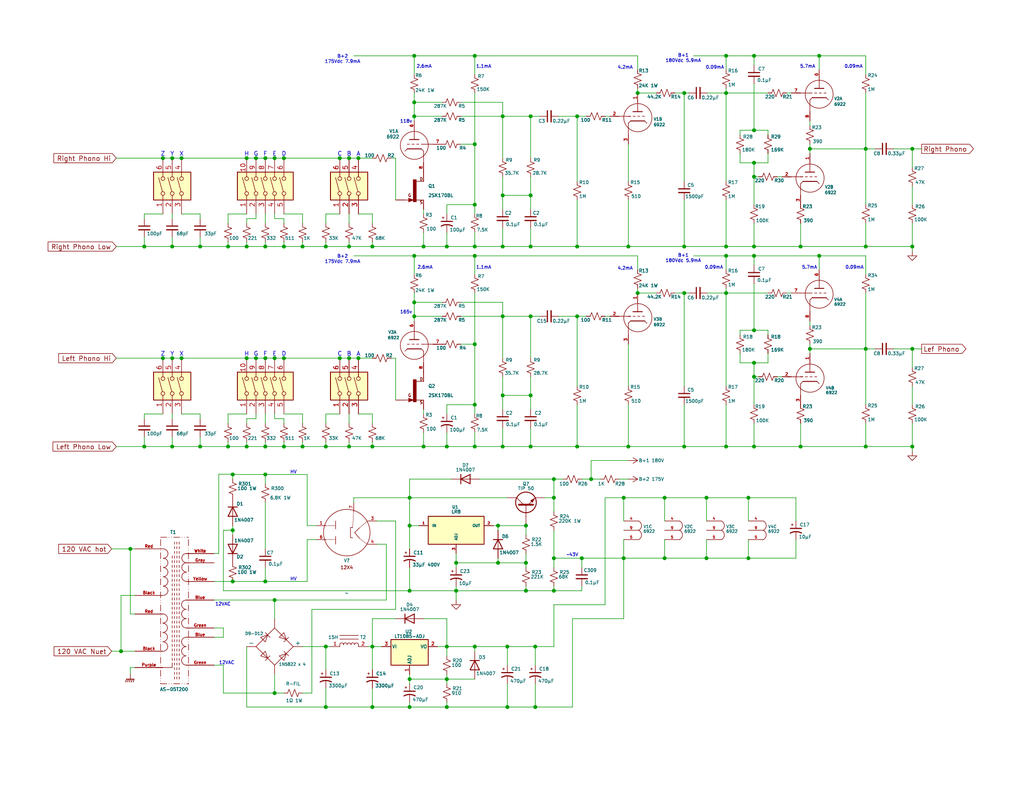
<source format=kicad_sch>
(kicad_sch (version 20250114) (generator "eeschema") (generator_version "9.0")
  (paper "USLetter")
  (lib_symbols
    (symbol "2SK170:2SK170" (pin_names (offset 1.016))
      (property "Reference" "Q1" (at 3.81 1.2701 0))
      (property "Value" "2SK170BL" (at 3.81 -1.27 0))
      (symbol "2SK170_0_0"
        (text "D" (at 1.905 3.175 0) (effects (font (size 0.8128 0.8128))))
        (text "S" (at 1.905 -3.175 0) (effects (font (size 0.8128 0.8128))))
        (pin passive line (at 2.54 -5.08 90) (length 2.54) (name "~") (number ""))
      )
      (symbol "2SK170_1_0"
        (pin passive line (at -5.08 -2.54 0) (length 2.54) (name "~") (number ""))
        (pin passive line (at 2.54 5.08 270) (length 2.54) (name "~") (number ""))
      )
      (symbol "2SK170_1_1"
        (text "G" (at -1.27 -1.27 0) (effects (font (size 0.8128 0.8128))))
      )
    )
    (symbol "2SK170_1" (pin_names (offset 1.016))
      (property "Reference" "Q1" (at 3.81 1.2701 0))
      (property "Value" "2SK170BL" (at 3.81 -1.27 0))
      (symbol "2SK170_1_0_0"
        (text "D" (at 1.905 3.175 0) (effects (font (size 0.8128 0.8128))))
        (text "S" (at 1.905 -3.175 0) (effects (font (size 0.8128 0.8128))))
        (pin passive line (at 2.54 -5.08 90) (length 2.54) (name "~") (number ""))
      )
      (symbol "2SK170_1_1_0"
        (pin passive line (at -5.08 -2.54 0) (length 2.54) (name "~") (number ""))
        (pin passive line (at 2.54 5.08 270) (length 2.54) (name "~") (number ""))
      )
      (symbol "2SK170_1_1_1"
        (text "G" (at -1.27 -1.27 0) (effects (font (size 0.8128 0.8128))))
      )
    )
    (symbol "Device:C_Polarized_Small_US" (pin_numbers (hide yes)) (pin_names (offset 0.254) (hide yes))
      (property "Reference" "C" (at 0.254 1.778 0))
      (property "Value" "C_Polarized_Small_US" (at 0.254 -2.032 0))
      (symbol "C_Polarized_Small_US_1_1"
        (pin passive line (at 0 2.54 270) (length 2.032) (name "~") (number "1"))
        (pin passive line (at 0 -2.54 90) (length 2.032) (name "~") (number "2"))
      )
    )
    (symbol "Device:C_Small" (pin_numbers (hide yes)) (pin_names (offset 0.254) (hide yes))
      (property "Reference" "C" (at 0.254 1.778 0))
      (property "Value" "C_Small" (at 0.254 -2.032 0))
      (symbol "C_Small_1_1"
        (pin passive line (at 0 2.54 270) (length 2.032) (name "~") (number "1"))
        (pin passive line (at 0 -2.54 90) (length 2.032) (name "~") (number "2"))
      )
    )
    (symbol "Diode:1N4007" (pin_numbers (hide yes)) (pin_names (hide yes))
      (property "Reference" "D" (at 0 2.54 0))
      (property "Value" "1N4007" (at 0 -2.54 0))
      (symbol "1N4007_1_1"
        (pin passive line (at -3.81 0 0) (length 2.54) (name "K") (number "1"))
        (pin passive line (at 3.81 0 180) (length 2.54) (name "A") (number "2"))
      )
    )
    (symbol "Diode_Bridge:KBPC1501W" (pin_names (offset 0))
      (property "Reference" "D11-14" (at 12.7 6.4202 0))
      (property "Value" "1N5822 x 4" (at 12.7 3.8802 0))
      (symbol "KBPC1501W_1_1"
        (pin passive line (at -7.62 0 0) (length 2.54) (name "-") (number ""))
        (pin passive line (at 0 7.62 270) (length 2.54) (name "~") (number ""))
        (pin passive line (at 0 -7.62 90) (length 2.54) (name "~") (number ""))
        (pin passive line (at 7.62 0 180) (length 2.54) (name "+") (number ""))
      )
    )
    (symbol "My Tubes:12AX7" (pin_names (offset 0))
      (property "Reference" "V" (at 2.54 2.54 0))
      (property "Value" "12AX7" (at 5.715 -5.08 0))
      (symbol "12AX7_1_1"
        (pin input line (at -7.62 -1.27 0) (length 2.54) (name "") (number "7"))
        (pin bidirectional line (at -2.54 -8.89 90) (length 2.54) (name "") (number "8"))
        (pin output line (at 0 5.08 270) (length 2.54) (name "") (number "6"))
      )
      (symbol "12AX7_2_1"
        (pin input line (at -7.62 -1.27 0) (length 2.54) (name "") (number "2"))
        (pin bidirectional line (at -2.54 -8.89 90) (length 2.54) (name "") (number "3"))
        (pin output line (at 0 5.08 270) (length 2.54) (name "") (number "1"))
      )
      (symbol "12AX7_3_1"
        (pin power_in line (at -2.54 -10.43 90) (length 4.08) (name "") (number "4"))
        (pin power_in line (at 0 -10.43 90) (length 4.08) (name "") (number "9"))
        (pin power_in line (at 2.54 -10.43 90) (length 4.08) (name "") (number "5"))
      )
    )
    (symbol "My Tubes:12X4"
      (property "Reference" "V5" (at -7.62 -8.89 90))
      (property "Value" "~" (at -16.51 -8.89 90))
      (symbol "12X4_1_1"
        (text "12X4" (at -9.525 -8.89 900) (effects (font (size 0.889 0.889))))
        (pin input line (at -3.175 -17.145 90) (length 2.54) (name "") (number "4"))
        (pin unspecified line (at -1.905 -0.635 270) (length 2.54) (name "") (number "6"))
        (pin unspecified line (at 1.905 -0.635 270) (length 2.54) (name "") (number "1"))
        (pin input line (at 3.175 -17.145 90) (length 2.54) (name "") (number "3"))
        (pin unspecified line (at 8.255 -10.795 180) (length 2.54) (name "") (number "7"))
      )
    )
    (symbol "MyTransformers:Choke 15h"
      (property "Reference" "T" (at 3.302 5.334 0))
      (property "Value" "15H" (at -4.064 5.334 0))
      (symbol "Choke 15h_1_1"
        (pin passive line (at -5.08 2.54 0) (length 2.54) (name "") (number "1"))
        (pin passive line (at 5.08 2.54 180) (length 2.54) (name "") (number "2"))
      )
    )
    (symbol "My_Transformers:AS-05T240" (pin_names (offset 1.016) (hide yes))
      (property "Reference" "T1" (at -1.27 16.51 0))
      (property "Value" "AS-05T240" (at -1.27 13.97 0))
      (symbol "AS-05T240_1_1"
        (pin passive line (at -11.43 8.89 0) (length 7.62) (name "AA") (number "Red"))
        (pin passive line (at -11.43 -3.81 0) (length 7.62) (name "AB") (number "Black"))
        (pin passive line (at -11.43 -8.89 0) (length 7.62) (name "AA") (number "Red"))
        (pin passive line (at -11.43 -19.05 0) (length 7.62) (name "AB") (number "Black"))
        (pin passive line (at -11.43 -23.495 0) (length 7.62) (name "AB") (number "Purple"))
        (pin passive line (at 10.16 7.62 180) (length 7.62) (name "OUT1A") (number "White"))
        (pin passive line (at 10.16 5.08 180) (length 7.62) (name "OUT1A") (number "Gray"))
        (pin passive line (at 10.16 0 180) (length 7.62) (name "OUT1B") (number "Yellow"))
        (pin passive line (at 10.16 -5.08 180) (length 7.62) (name "OUT2A") (number "Blue"))
        (pin passive line (at 10.16 -12.7 180) (length 7.62) (name "OUT2B") (number "Green"))
        (pin passive line (at 10.16 -15.24 180) (length 7.62) (name "OUT2A") (number "Blue"))
        (pin passive line (at 10.16 -22.86 180) (length 7.62) (name "OUT2B") (number "Green"))
      )
    )
    (symbol "Regulator_Linear:LR8N3-G" (pin_names (offset 1.016))
      (property "Reference" "U1" (at 0 5.08 0))
      (property "Value" "LR8" (at 0 3.81 0))
      (symbol "LR8N3-G_1_1"
        (pin input line (at -10.16 0 0) (length 2.54) (name "IN") (number "1"))
        (pin input line (at 0 -7.62 90) (length 2.54) (name "ADJ") (number "3"))
        (pin power_out line (at 10.16 0 180) (length 2.54) (name "OUT") (number "2"))
      )
    )
    (symbol "Regulator_Linear:LT1085-ADJ" (pin_names (offset 0.254))
      (property "Reference" "U?" (at -0.254 4.064 0))
      (property "Value" "LT1085-ADJ" (at 0 2.794 0))
      (symbol "LT1085-ADJ_1_1"
        (pin power_in line (at -7.62 0 0) (length 2.54) (name "VI") (number "3"))
        (pin input line (at 0 -7.62 90) (length 2.54) (name "ADJ") (number "1"))
        (pin power_out line (at 7.62 0 180) (length 2.54) (name "VO") (number "2"))
      )
    )
    (symbol "Resistors:R_Small_US" (pin_numbers (hide yes)) (pin_names (offset 0.254) (hide yes))
      (property "Reference" "R" (at 0.762 0.508 0))
      (property "Value" "R_Small_US" (at 0.762 -1.016 0))
      (symbol "R_Small_US_1_1"
        (pin passive line (at 0 2.54 270) (length 1.016) (name "~") (number "1"))
        (pin passive line (at 0 -2.54 90) (length 1.016) (name "~") (number "2"))
      )
    )
    (symbol "Simulation_SPICE:NPN" (pin_numbers (hide yes)) (pin_names (offset 0))
      (property "Reference" "Q1" (at 8.89 0 90))
      (property "Value" "TIP 50" (at 6.35 0 90))
      (symbol "NPN_1_1"
        (pin input line (at -5.08 0 0) (length 2.54) (name "") (number "2"))
        (pin open_collector line (at 2.54 5.08 270) (length 2.54) (name "") (number "1"))
        (pin open_emitter line (at 2.54 -5.08 90) (length 2.54) (name "") (number "3"))
      )
    )
    (symbol "Switch:SW_DIP_x03" (pin_names (offset 0) (hide yes))
      (property "Reference" "SW" (at 0 6.35 0))
      (property "Value" "SW_DIP_x03" (at 0 -6.35 0))
      (symbol "SW_DIP_x03_1_1"
        (pin passive line (at -7.62 2.54 0) (length 5.08) (name "~") (number "1"))
        (pin passive line (at -7.62 0 0) (length 5.08) (name "~") (number "2"))
        (pin passive line (at -7.62 -2.54 0) (length 5.08) (name "~") (number "3"))
        (pin passive line (at 7.62 2.54 180) (length 5.08) (name "~") (number "6"))
        (pin passive line (at 7.62 0 180) (length 5.08) (name "~") (number "5"))
        (pin passive line (at 7.62 -2.54 180) (length 5.08) (name "~") (number "4"))
      )
    )
    (symbol "Switch:SW_DIP_x05" (pin_names (offset 0) (hide yes))
      (property "Reference" "SW" (at 0 8.89 0))
      (property "Value" "SW_DIP_x05" (at 0 -8.89 0))
      (symbol "SW_DIP_x05_1_1"
        (pin passive line (at -7.62 5.08 0) (length 5.08) (name "~") (number "1"))
        (pin passive line (at -7.62 2.54 0) (length 5.08) (name "~") (number "2"))
        (pin passive line (at -7.62 0 0) (length 5.08) (name "~") (number "3"))
        (pin passive line (at -7.62 -2.54 0) (length 5.08) (name "~") (number "4"))
        (pin passive line (at -7.62 -5.08 0) (length 5.08) (name "~") (number "5"))
        (pin passive line (at 7.62 5.08 180) (length 5.08) (name "~") (number "10"))
        (pin passive line (at 7.62 2.54 180) (length 5.08) (name "~") (number "9"))
        (pin passive line (at 7.62 0 180) (length 5.08) (name "~") (number "8"))
        (pin passive line (at 7.62 -2.54 180) (length 5.08) (name "~") (number "7"))
        (pin passive line (at 7.62 -5.08 180) (length 5.08) (name "~") (number "6"))
      )
    )
    (symbol "power:+1V0" (power) (pin_numbers (hide yes)) (pin_names (offset 0) (hide yes))
      (property "Value" "+1V0" (at 0 3.556 0))
      (symbol "+1V0_1_1"
        (pin power_in line (at 0 0 90) (length 0) (name "~") (number "1"))
      )
    )
    (symbol "power:GND" (power) (pin_numbers (hide yes)) (pin_names (offset 0) (hide yes))
      (property "Value" "GND" (at 0 -3.81 0))
      (symbol "GND_1_1"
        (pin power_in line (at 0 0 270) (length 0) (name "~") (number "1"))
      )
    )
    (symbol "power:GNDPWR" (power) (pin_numbers (hide yes)) (pin_names (offset 0) (hide yes))
      (property "Value" "GNDPWR" (at 0 -3.302 0))
      (symbol "GNDPWR_1_1"
        (pin power_in line (at 0 0 270) (length 0) (name "~") (number "1"))
      )
    )
  )
  (text "D" (at 77.47 96.774 0) (effects (font (size 1.143 1.143))))
  (text "A" (at 97.79 42.164 0) (effects (font (size 1.143 1.143))))
  (text "G" (at 69.85 96.774 0) (effects (font (size 1.143 1.143))))
  (text "H" (at 67.31 42.164 0) (effects (font (size 1.143 1.143))))
  (text "Y" (at 46.99 96.774 0) (effects (font (size 1.143 1.143))))
  (text "X" (at 49.53 96.774 0) (effects (font (size 1.143 1.143))))
  (text "12VAC" (at 62.992 165.1 0) (effects (font (size 0.889 0.889)) (justify right)))
  (text "Y" (at 46.99 42.164 0) (effects (font (size 1.143 1.143))))
  (text "F" (at 72.39 42.164 0) (effects (font (size 1.143 1.143))))
  (text "G" (at 69.85 42.164 0) (effects (font (size 1.143 1.143))))
  (text "C" (at 92.71 96.774 0) (effects (font (size 1.143 1.143))))
  (text "0.09mA" (at 235.458 18.288 0) (effects (font (size 0.889 0.889)) (justify right)))
  (text "C" (at 92.71 42.164 0) (effects (font (size 1.143 1.143))))
  (text "0.09mA" (at 235.712 73.152 0) (effects (font (size 0.889 0.889)) (justify right)))
  (text "D" (at 77.47 42.164 0) (effects (font (size 1.143 1.143))))
  (text "~43V" (at 156.21 151.638 0) (effects (font (size 0.889 0.889))))
  (text "B+1\n180Vdc 5.9mA" (at 186.436 70.612 0) (effects (font (size 0.889 0.889))))
  (text "12VAC" (at 64.008 181.102 0) (effects (font (size 0.889 0.889)) (justify right)))
  (text "1.1mA" (at 134.112 18.288 0) (effects (font (size 0.889 0.889)) (justify right)))
  (text "B" (at 95.25 96.774 0) (effects (font (size 1.143 1.143))))
  (text "4.2mA" (at 172.72 18.542 0) (effects (font (size 0.889 0.889)) (justify right)))
  (text "B+2\n175Vdc 7.9mA" (at 93.472 70.866 0) (effects (font (size 0.889 0.889))))
  (text "E" (at 74.93 42.164 0) (effects (font (size 1.143 1.143))))
  (text "Z" (at 44.45 96.774 0) (effects (font (size 1.143 1.143))))
  (text "B" (at 95.25 42.164 0) (effects (font (size 1.143 1.143))))
  (text "B+2\n175Vdc 7.9mA" (at 93.472 16.256 0) (effects (font (size 0.889 0.889))))
  (text "HV" (at 81.026 158.242 0) (effects (font (size 0.889 0.889)) (justify right)))
  (text "2.6mA" (at 118.11 73.152 0) (effects (font (size 0.889 0.889)) (justify right)))
  (text "5.7mA" (at 222.504 18.288 0) (effects (font (size 0.889 0.889)) (justify right)))
  (text "4.2mA" (at 172.72 73.406 0) (effects (font (size 0.889 0.889)) (justify right)))
  (text "A" (at 97.79 96.774 0) (effects (font (size 1.143 1.143))))
  (text "HV" (at 81.026 129.032 0) (effects (font (size 0.889 0.889)) (justify right)))
  (text "0.09mA" (at 197.612 18.542 0) (effects (font (size 0.889 0.889)) (justify right)))
  (text "F" (at 72.39 96.774 0) (effects (font (size 1.143 1.143))))
  (text "165v" (at 112.522 85.344 0) (effects (font (size 0.889 0.889)) (justify right)))
  (text "5.7mA" (at 223.012 73.152 0) (effects (font (size 0.889 0.889)) (justify right)))
  (text "Z" (at 44.45 42.164 0) (effects (font (size 1.143 1.143))))
  (text "H" (at 67.31 96.774 0) (effects (font (size 1.143 1.143))))
  (text "0.09mA" (at 197.358 73.152 0) (effects (font (size 0.889 0.889)) (justify right)))
  (text "118v" (at 112.522 33.274 0) (effects (font (size 0.889 0.889)) (justify right)))
  (text "E" (at 74.93 96.774 0) (effects (font (size 1.143 1.143))))
  (text "X" (at 49.53 42.164 0) (effects (font (size 1.143 1.143))))
  (text "B+1\n180Vdc 5.9mA" (at 186.436 16.002 0) (effects (font (size 0.889 0.889))))
  (text "2.6mA" (at 117.856 18.288 0) (effects (font (size 0.889 0.889)) (justify right)))
  (text "1.1mA" (at 134.112 73.152 0) (effects (font (size 0.889 0.889)) (justify right)))
  (junction (at 205.74 44.45))
  (junction (at 143.51 161.29))
  (junction (at 205.74 99.06))
  (junction (at 67.31 43.18))
  (junction (at 143.51 143.51))
  (junction (at 198.12 121.92))
  (junction (at 62.23 67.31))
  (junction (at 223.52 15.24))
  (junction (at 161.29 130.81))
  (junction (at 63.5 158.75))
  (junction (at 129.54 69.85))
  (junction (at 111.76 135.89))
  (junction (at 95.25 97.79))
  (junction (at 186.69 121.92))
  (junction (at 77.47 67.31))
  (junction (at 72.39 97.79))
  (junction (at 137.16 107.95))
  (junction (at 144.78 121.92))
  (junction (at 204.2 135.89))
  (junction (at 198.12 15.24))
  (junction (at 137.16 53.34))
  (junction (at 135.89 143.51))
  (junction (at 170.18 152.4))
  (junction (at 220.98 40.64))
  (junction (at 236.22 95.25))
  (junction (at 101.6 121.92))
  (junction (at 143.51 153.67))
  (junction (at 248.92 121.92))
  (junction (at 62.23 121.92))
  (junction (at 72.39 129.54))
  (junction (at 97.79 97.79))
  (junction (at 236.22 40.64))
  (junction (at 124.46 161.29))
  (junction (at 95.25 121.92))
  (junction (at 248.92 40.64))
  (junction (at 33.02 177.8))
  (junction (at 101.6 176.53))
  (junction (at 44.45 97.79))
  (junction (at 113.03 82.55))
  (junction (at 101.6 67.31))
  (junction (at 236.22 121.92))
  (junction (at 72.39 67.31))
  (junction (at 121.92 185.42))
  (junction (at 82.55 121.92))
  (junction (at 151.13 130.81))
  (junction (at 72.39 121.92))
  (junction (at 77.47 97.79))
  (junction (at 39.37 121.92))
  (junction (at 77.47 121.92))
  (junction (at 95.25 67.31))
  (junction (at 157.48 86.36))
  (junction (at 144.78 53.34))
  (junction (at 220.98 95.25))
  (junction (at 121.92 67.31))
  (junction (at 138.43 193.04))
  (junction (at 171.45 121.92))
  (junction (at 92.71 43.18))
  (junction (at 101.6 193.04))
  (junction (at 121.92 176.53))
  (junction (at 204.2 152.4))
  (junction (at 198.12 69.85))
  (junction (at 173.99 25.4))
  (junction (at 137.16 121.92))
  (junction (at 138.43 176.53))
  (junction (at 205.74 35.56))
  (junction (at 129.54 121.92))
  (junction (at 186.69 25.4))
  (junction (at 74.93 163.83))
  (junction (at 137.16 86.36))
  (junction (at 113.03 27.94))
  (junction (at 46.99 121.92))
  (junction (at 49.53 97.79))
  (junction (at 144.78 86.36))
  (junction (at 192.77 152.4))
  (junction (at 111.76 185.42))
  (junction (at 157.48 31.75))
  (junction (at 192.77 135.89))
  (junction (at 113.03 86.36))
  (junction (at 74.93 43.18))
  (junction (at 129.54 110.49))
  (junction (at 151.13 152.4))
  (junction (at 171.45 67.31))
  (junction (at 124.46 153.67))
  (junction (at 77.47 43.18))
  (junction (at 144.78 67.31))
  (junction (at 115.57 67.31))
  (junction (at 129.54 67.31))
  (junction (at 39.37 67.31))
  (junction (at 129.54 55.88))
  (junction (at 82.55 67.31))
  (junction (at 54.61 121.92))
  (junction (at 157.48 67.31))
  (junction (at 113.03 69.85))
  (junction (at 121.92 193.04))
  (junction (at 35.56 149.86))
  (junction (at 205.74 15.24))
  (junction (at 157.48 121.92))
  (junction (at 113.03 15.24))
  (junction (at 69.85 97.79))
  (junction (at 46.99 67.31))
  (junction (at 121.92 121.92))
  (junction (at 92.71 97.79))
  (junction (at 186.69 67.31))
  (junction (at 111.76 161.29))
  (junction (at 181.34 152.4))
  (junction (at 248.92 95.25))
  (junction (at 137.16 31.75))
  (junction (at 198.12 80.01))
  (junction (at 88.9 176.53))
  (junction (at 205.74 90.17))
  (junction (at 205.74 67.31))
  (junction (at 218.44 121.92))
  (junction (at 46.99 43.18))
  (junction (at 129.54 39.37))
  (junction (at 111.76 193.04))
  (junction (at 144.78 31.75))
  (junction (at 129.54 15.24))
  (junction (at 173.99 80.01))
  (junction (at 198.12 25.4))
  (junction (at 49.53 43.18))
  (junction (at 218.44 67.31))
  (junction (at 186.69 80.01))
  (junction (at 44.45 43.18))
  (junction (at 97.79 43.18))
  (junction (at 88.9 193.04))
  (junction (at 223.52 69.85))
  (junction (at 88.9 67.31))
  (junction (at 111.76 143.51))
  (junction (at 95.25 43.18))
  (junction (at 88.9 121.92))
  (junction (at 72.39 158.75))
  (junction (at 67.31 97.79))
  (junction (at 236.22 67.31))
  (junction (at 67.31 121.92))
  (junction (at 137.16 67.31))
  (junction (at 54.61 67.31))
  (junction (at 146.05 193.04))
  (junction (at 46.99 97.79))
  (junction (at 67.31 67.31))
  (junction (at 170.18 135.89))
  (junction (at 205.74 69.85))
  (junction (at 135.89 153.67))
  (junction (at 115.57 121.92))
  (junction (at 198.12 67.31))
  (junction (at 181.34 135.89))
  (junction (at 146.05 176.53))
  (junction (at 74.93 97.79))
  (junction (at 72.39 43.18))
  (junction (at 63.5 144.78))
  (junction (at 129.54 176.53))
  (junction (at 158.75 152.4))
  (junction (at 151.13 161.29))
  (junction (at 205.74 102.87))
  (junction (at 113.03 31.75))
  (junction (at 144.78 107.95))
  (junction (at 248.92 67.31))
  (junction (at 63.5 129.54))
  (junction (at 151.13 135.89))
  (junction (at 69.85 43.18))
  (junction (at 205.74 48.26))
  (junction (at 129.54 93.98))
  (junction (at 74.93 189.23))
  (junction (at 205.74 121.92))
  (wire (pts (xy 77.47 66.04) (xy 77.47 67.31)))
  (wire (pts (xy 67.31 59.69) (xy 69.85 59.69)))
  (wire (pts (xy 217.17 142.24) (xy 217.17 135.89)))
  (wire (pts (xy 205.74 99.06) (xy 209.55 99.06)))
  (wire (pts (xy 165.1 31.75) (xy 166.37 31.75)))
  (wire (pts (xy 205.74 48.26) (xy 207.01 48.26)))
  (wire (pts (xy 198.12 15.24) (xy 205.74 15.24)))
  (wire (pts (xy 209.55 91.44) (xy 209.55 90.17)))
  (wire (pts (xy 67.31 60.96) (xy 67.31 59.69)))
  (wire (pts (xy 137.16 82.55) (xy 137.16 86.36)))
  (wire (pts (xy 74.93 189.23) (xy 74.93 184.15)))
  (wire (pts (xy 59.69 129.4797) (xy 59.69 151.13)))
  (wire (pts (xy 144.78 31.75) (xy 137.16 31.75)))
  (wire (pts (xy 77.47 120.65) (xy 77.47 121.92)))
  (wire (pts (xy 248.92 60.96) (xy 248.92 67.31)))
  (wire (pts (xy 158.75 161.29) (xy 158.75 160.02)))
  (wire (pts (xy 218.44 115.57) (xy 218.44 121.92)))
  (wire (pts (xy 92.71 43.18) (xy 95.25 43.18)))
  (wire (pts (xy 101.6 121.92) (xy 115.57 121.92)))
  (wire (pts (xy 220.98 95.25) (xy 220.98 96.52)))
  (wire (pts (xy 63.5 130.81) (xy 63.5 129.54)))
  (wire (pts (xy 135.89 143.51) (xy 135.89 144.78)))
  (wire (pts (xy 184.15 80.01) (xy 186.69 80.01)))
  (wire (pts (xy 46.99 58.42) (xy 46.99 59.69)))
  (wire (pts (xy 77.47 114.3) (xy 77.47 115.57)))
  (wire (pts (xy 223.52 19.05) (xy 223.52 15.24)))
  (wire (pts (xy 46.99 67.31) (xy 54.61 67.31)))
  (wire (pts (xy 101.6 58.42) (xy 101.6 60.96)))
  (wire (pts (xy 170.18 152.4) (xy 181.34 152.4)))
  (wire (pts (xy 62.23 67.31) (xy 67.31 67.31)))
  (wire (pts (xy 107.95 109.22) (xy 107.95 97.79)))
  (wire (pts (xy 96.52 135.89) (xy 111.76 135.89)))
  (wire (pts (xy 161.29 125.73) (xy 171.45 125.73)))
  (wire (pts (xy 248.92 40.64) (xy 248.92 45.72)))
  (wire (pts (xy 101.6 67.31) (xy 115.57 67.31)))
  (wire (pts (xy 101.6 120.65) (xy 101.6 121.92)))
  (wire (pts (xy 198.12 69.85) (xy 198.12 73.66)))
  (wire (pts (xy 101.6 193.04) (xy 111.76 193.04)))
  (wire (pts (xy 82.55 113.03) (xy 82.55 115.57)))
  (wire (pts (xy 72.39 67.31) (xy 77.47 67.31)))
  (wire (pts (xy 60.96 189.23) (xy 74.93 189.23)))
  (wire (pts (xy 77.47 59.69) (xy 77.47 60.96)))
  (wire (pts (xy 171.45 93.98) (xy 171.45 105.41)))
  (wire (pts (xy 129.54 15.24) (xy 173.99 15.24)))
  (wire (pts (xy 121.92 193.04) (xy 138.43 193.04)))
  (wire (pts (xy 107.95 43.18) (xy 107.95 54.61)))
  (wire (pts (xy 248.92 50.8) (xy 248.92 55.88)))
  (wire (pts (xy 201.93 44.45) (xy 205.74 44.45)))
  (wire (pts (xy 143.51 160.02) (xy 143.51 161.29)))
  (wire (pts (xy 137.16 62.23) (xy 137.16 67.31)))
  (wire (pts (xy 171.45 54.61) (xy 171.45 67.31)))
  (wire (pts (xy 189.23 69.85) (xy 198.12 69.85)))
  (wire (pts (xy 111.76 184.15) (xy 111.76 185.42)))
  (wire (pts (xy 107.95 142.24) (xy 107.95 166.37)))
  (wire (pts (xy 31.75 43.18) (xy 44.45 43.18)))
  (wire (pts (xy 101.6 66.04) (xy 101.6 67.31)))
  (wire (pts (xy 148.59 135.89) (xy 151.13 135.89)))
  (wire (pts (xy 101.6 176.53) (xy 104.14 176.53)))
  (wire (pts (xy 198.12 25.4) (xy 198.12 49.53)))
  (wire (pts (xy 248.92 123.19) (xy 248.92 121.92)))
  (wire (pts (xy 111.76 185.42) (xy 111.76 186.69)))
  (wire (pts (xy 135.89 143.51) (xy 143.51 143.51)))
  (wire (pts (xy 77.47 67.31) (xy 82.55 67.31)))
  (wire (pts (xy 186.69 25.4) (xy 186.69 49.53)))
  (wire (pts (xy 113.03 31.75) (xy 113.03 33.02)))
  (wire (pts (xy 88.9 113.03) (xy 88.9 115.57)))
  (wire (pts (xy 144.78 116.84) (xy 144.78 121.92)))
  (wire (pts (xy 63.5 129.54) (xy 72.39 129.54)))
  (wire (pts (xy 125.73 31.75) (xy 137.16 31.75)))
  (wire (pts (xy 113.03 15.24) (xy 113.03 20.32)))
  (wire (pts (xy 129.54 15.24) (xy 129.54 20.32)))
  (wire (pts (xy 129.54 63.5) (xy 129.54 67.31)))
  (wire (pts (xy 186.69 80.01) (xy 186.69 105.41)))
  (wire (pts (xy 113.03 69.85) (xy 113.03 74.93)))
  (wire (pts (xy 186.69 110.49) (xy 186.69 121.92)))
  (wire (pts (xy 205.74 99.06) (xy 205.74 102.87)))
  (wire (pts (xy 113.03 27.94) (xy 120.65 27.94)))
  (wire (pts (xy 193.04 80.01) (xy 198.12 80.01)))
  (wire (pts (xy 46.99 97.79) (xy 49.53 97.79)))
  (wire (pts (xy 121.92 118.11) (xy 121.92 121.92)))
  (wire (pts (xy 115.57 58.42) (xy 115.57 57.15)))
  (wire (pts (xy 135.89 152.4) (xy 135.89 153.67)))
  (wire (pts (xy 39.37 64.77) (xy 39.37 67.31)))
  (wire (pts (xy 198.12 110.49) (xy 198.12 121.92)))
  (wire (pts (xy 74.93 59.69) (xy 77.47 59.69)))
  (wire (pts (xy 72.39 66.04) (xy 72.39 67.31)))
  (wire (pts (xy 111.76 154.94) (xy 111.76 161.29)))
  (wire (pts (xy 46.99 113.03) (xy 46.99 114.3)))
  (wire (pts (xy 189.23 15.24) (xy 198.12 15.24)))
  (wire (pts (xy 129.54 121.92) (xy 137.16 121.92)))
  (wire (pts (xy 236.22 25.4) (xy 236.22 40.64)))
  (wire (pts (xy 181.34 147.32) (xy 181.34 152.4)))
  (wire (pts (xy 72.39 129.54) (xy 72.39 132.08)))
  (wire (pts (xy 67.31 67.31) (xy 72.39 67.31)))
  (wire (pts (xy 146.05 186.69) (xy 146.05 193.04)))
  (wire (pts (xy 74.93 97.79) (xy 77.47 97.79)))
  (wire (pts (xy 129.54 58.42) (xy 129.54 55.88)))
  (wire (pts (xy 186.69 54.61) (xy 186.69 67.31)))
  (wire (pts (xy 135.89 153.67) (xy 143.51 153.67)))
  (wire (pts (xy 88.9 67.31) (xy 95.25 67.31)))
  (wire (pts (xy 74.93 113.03) (xy 74.93 114.3)))
  (wire (pts (xy 144.78 31.75) (xy 147.32 31.75)))
  (wire (pts (xy 129.54 69.85) (xy 173.99 69.85)))
  (wire (pts (xy 204.2 147.32) (xy 204.2 152.4)))
  (wire (pts (xy 236.22 80.01) (xy 236.22 95.25)))
  (wire (pts (xy 88.9 176.53) (xy 90.17 176.53)))
  (wire (pts (xy 96.52 69.85) (xy 113.03 69.85)))
  (wire (pts (xy 60.96 161.29) (xy 111.76 161.29)))
  (wire (pts (xy 151.13 152.4) (xy 158.75 152.4)))
  (wire (pts (xy 161.29 130.81) (xy 163.83 130.81)))
  (wire (pts (xy 115.57 67.31) (xy 121.92 67.31)))
  (wire (pts (xy 67.31 193.04) (xy 88.9 193.04)))
  (wire (pts (xy 201.93 96.52) (xy 201.93 99.06)))
  (wire (pts (xy 59.69 151.13) (xy 58.42 151.13)))
  (wire (pts (xy 125.73 27.94) (xy 137.16 27.94)))
  (wire (pts (xy 121.92 176.53) (xy 121.92 179.07)))
  (wire (pts (xy 171.45 121.92) (xy 186.69 121.92)))
  (wire (pts (xy 77.47 113.03) (xy 82.55 113.03)))
  (wire (pts (xy 82.55 120.65) (xy 82.55 121.92)))
  (wire (pts (xy 60.96 181.61) (xy 58.42 181.61)))
  (wire (pts (xy 58.42 171.45) (xy 60.96 171.45)))
  (wire (pts (xy 173.99 80.01) (xy 179.07 80.01)))
  (wire (pts (xy 95.25 120.65) (xy 95.25 121.92)))
  (wire (pts (xy 62.23 58.42) (xy 62.23 60.96)))
  (wire (pts (xy 236.22 121.92) (xy 248.92 121.92)))
  (wire (pts (xy 192.77 152.4) (xy 204.2 152.4)))
  (wire (pts (xy 157.48 121.92) (xy 171.45 121.92)))
  (wire (pts (xy 205.74 15.24) (xy 223.52 15.24)))
  (wire (pts (xy 129.54 110.49) (xy 129.54 113.03)))
  (wire (pts (xy 220.98 87.63) (xy 220.98 88.9)))
  (wire (pts (xy 113.03 31.75) (xy 120.65 31.75)))
  (wire (pts (xy 129.54 74.93) (xy 129.54 69.85)))
  (wire (pts (xy 161.29 125.73) (xy 161.29 130.81)))
  (wire (pts (xy 144.78 107.95) (xy 144.78 111.76)))
  (wire (pts (xy 92.71 97.79) (xy 95.25 97.79)))
  (wire (pts (xy 157.48 105.41) (xy 157.48 86.36)))
  (wire (pts (xy 124.46 153.67) (xy 124.46 154.94)))
  (wire (pts (xy 121.92 113.03) (xy 121.92 110.49)))
  (wire (pts (xy 248.92 67.31) (xy 236.22 67.31)))
  (wire (pts (xy 49.53 113.03) (xy 54.61 113.03)))
  (wire (pts (xy 88.9 58.42) (xy 88.9 60.96)))
  (wire (pts (xy 113.03 80.01) (xy 113.03 82.55)))
  (wire (pts (xy 35.56 167.64) (xy 36.83 167.64)))
  (wire (pts (xy 137.16 102.87) (xy 137.16 107.95)))
  (wire (pts (xy 62.23 120.65) (xy 62.23 121.92)))
  (wire (pts (xy 111.76 143.51) (xy 114.3 143.51)))
  (wire (pts (xy 171.45 39.37) (xy 171.45 49.53)))
  (wire (pts (xy 144.78 102.87) (xy 144.78 107.95)))
  (wire (pts (xy 158.75 152.4) (xy 170.18 152.4)))
  (wire (pts (xy 88.9 120.65) (xy 88.9 121.92)))
  (wire (pts (xy 152.4 31.75) (xy 157.48 31.75)))
  (wire (pts (xy 236.22 95.25) (xy 238.76 95.25)))
  (wire (pts (xy 137.16 107.95) (xy 137.16 111.76)))
  (wire (pts (xy 74.93 163.83) (xy 74.93 168.91)))
  (wire (pts (xy 151.13 130.81) (xy 153.67 130.81)))
  (wire (pts (xy 102.87 148.59) (xy 105.41 148.59)))
  (wire (pts (xy 83.82 143.51) (xy 83.82 129.54)))
  (wire (pts (xy 236.22 74.93) (xy 236.22 69.85)))
  (wire (pts (xy 192.77 147.32) (xy 192.77 152.4)))
  (wire (pts (xy 209.55 35.56) (xy 205.74 35.56)))
  (wire (pts (xy 74.93 58.42) (xy 74.93 59.69)))
  (wire (pts (xy 205.74 17.78) (xy 205.74 15.24)))
  (wire (pts (xy 102.87 142.24) (xy 107.95 142.24)))
  (wire (pts (xy 209.55 36.83) (xy 209.55 35.56)))
  (wire (pts (xy 170.18 135.89) (xy 170.18 142.24)))
  (wire (pts (xy 201.93 41.91) (xy 201.93 44.45)))
  (wire (pts (xy 30.48 177.8) (xy 33.02 177.8)))
  (wire (pts (xy 138.43 176.53) (xy 138.43 181.61)))
  (wire (pts (xy 144.78 43.18) (xy 144.78 31.75)))
  (wire (pts (xy 113.03 15.24) (xy 129.54 15.24)))
  (wire (pts (xy 186.69 121.92) (xy 198.12 121.92)))
  (wire (pts (xy 137.16 48.26) (xy 137.16 53.34)))
  (wire (pts (xy 60.96 173.99) (xy 60.96 171.45)))
  (wire (pts (xy 125.73 93.98) (xy 129.54 93.98)))
  (wire (pts (xy 88.9 187.96) (xy 88.9 193.04)))
  (wire (pts (xy 72.39 120.65) (xy 72.39 121.92)))
  (wire (pts (xy 157.48 31.75) (xy 160.02 31.75)))
  (wire (pts (xy 171.45 67.31) (xy 157.48 67.31)))
  (wire (pts (xy 205.74 55.88) (xy 205.74 48.26)))
  (wire (pts (xy 97.79 113.03) (xy 101.6 113.03)))
  (wire (pts (xy 157.48 31.75) (xy 157.48 49.53)))
  (wire (pts (xy 121.92 191.77) (xy 121.92 193.04)))
  (wire (pts (xy 137.16 27.94) (xy 137.16 31.75)))
  (wire (pts (xy 67.31 43.18) (xy 69.85 43.18)))
  (wire (pts (xy 205.74 22.86) (xy 205.74 35.56)))
  (wire (pts (xy 111.76 143.51) (xy 111.76 149.86)))
  (wire (pts (xy 129.54 55.88) (xy 129.54 39.37)))
  (wire (pts (xy 173.99 19.05) (xy 173.99 15.24)))
  (wire (pts (xy 184.15 25.4) (xy 186.69 25.4)))
  (wire (pts (xy 223.52 69.85) (xy 236.22 69.85)))
  (wire (pts (xy 151.13 152.4) (xy 151.13 154.94)))
  (wire (pts (xy 67.31 121.92) (xy 72.39 121.92)))
  (wire (pts (xy 157.48 110.49) (xy 157.48 121.92)))
  (wire (pts (xy 121.92 55.88) (xy 129.54 55.88)))
  (wire (pts (xy 44.45 58.42) (xy 39.37 58.42)))
  (wire (pts (xy 204.2 152.4) (xy 217.17 152.4)))
  (wire (pts (xy 49.53 43.18) (xy 67.31 43.18)))
  (wire (pts (xy 134.62 143.51) (xy 135.89 143.51)))
  (wire (pts (xy 157.48 67.31) (xy 144.78 67.31)))
  (wire (pts (xy 137.16 107.95) (xy 144.78 107.95)))
  (wire (pts (xy 62.23 66.04) (xy 62.23 67.31)))
  (wire (pts (xy 72.39 97.79) (xy 74.93 97.79)))
  (wire (pts (xy 212.09 102.87) (xy 213.36 102.87)))
  (wire (pts (xy 67.31 97.79) (xy 69.85 97.79)))
  (wire (pts (xy 125.73 86.36) (xy 137.16 86.36)))
  (wire (pts (xy 151.13 176.53) (xy 151.13 165.1)))
  (wire (pts (xy 146.05 176.53) (xy 151.13 176.53)))
  (wire (pts (xy 129.54 67.31) (xy 137.16 67.31)))
  (wire (pts (xy 205.74 90.17) (xy 201.93 90.17)))
  (wire (pts (xy 33.02 177.8) (xy 36.83 177.8)))
  (wire (pts (xy 243.84 95.25) (xy 248.92 95.25)))
  (wire (pts (xy 193.04 25.4) (xy 198.12 25.4)))
  (wire (pts (xy 124.46 161.29) (xy 124.46 163.83)))
  (wire (pts (xy 111.76 193.04) (xy 121.92 193.04)))
  (wire (pts (xy 248.92 115.57) (xy 248.92 121.92)))
  (wire (pts (xy 72.39 129.54) (xy 83.82 129.54)))
  (wire (pts (xy 121.92 185.42) (xy 121.92 186.69)))
  (wire (pts (xy 144.78 62.23) (xy 144.78 67.31)))
  (wire (pts (xy 63.5 158.75) (xy 72.39 158.75)))
  (wire (pts (xy 144.78 67.31) (xy 137.16 67.31)))
  (wire (pts (xy 129.54 67.31) (xy 121.92 67.31)))
  (wire (pts (xy 248.92 95.25) (xy 251.46 95.25)))
  (wire (pts (xy 220.98 40.64) (xy 220.98 41.91)))
  (wire (pts (xy 129.54 39.37) (xy 125.73 39.37)))
  (wire (pts (xy 124.46 153.67) (xy 135.89 153.67)))
  (wire (pts (xy 129.54 177.8) (xy 129.54 176.53)))
  (wire (pts (xy 144.78 53.34) (xy 137.16 53.34)))
  (wire (pts (xy 152.4 86.36) (xy 157.48 86.36)))
  (wire (pts (xy 151.13 144.78) (xy 151.13 152.4)))
  (wire (pts (xy 101.6 168.91) (xy 101.6 176.53)))
  (wire (pts (xy 198.12 80.01) (xy 198.12 105.41)))
  (wire (pts (xy 158.75 130.81) (xy 161.29 130.81)))
  (wire (pts (xy 205.74 35.56) (xy 201.93 35.56)))
  (wire (pts (xy 115.57 121.92) (xy 121.92 121.92)))
  (wire (pts (xy 113.03 82.55) (xy 120.65 82.55)))
  (wire (pts (xy 248.92 95.25) (xy 248.92 100.33)))
  (wire (pts (xy 198.12 121.92) (xy 205.74 121.92)))
  (wire (pts (xy 121.92 110.49) (xy 129.54 110.49)))
  (wire (pts (xy 88.9 121.92) (xy 95.25 121.92)))
  (wire (pts (xy 107.95 168.91) (xy 101.6 168.91)))
  (wire (pts (xy 113.03 25.4) (xy 113.03 27.94)))
  (wire (pts (xy 115.57 121.92) (xy 115.57 118.11)))
  (wire (pts (xy 58.42 163.83) (xy 74.93 163.83)))
  (wire (pts (xy 46.99 121.92) (xy 54.61 121.92)))
  (wire (pts (xy 63.5 129.4797) (xy 63.5 129.54)))
  (wire (pts (xy 236.22 20.32) (xy 236.22 15.24)))
  (wire (pts (xy 158.75 154.94) (xy 158.75 152.4)))
  (wire (pts (xy 171.45 110.49) (xy 171.45 121.92)))
  (wire (pts (xy 173.99 69.85) (xy 173.99 73.66)))
  (wire (pts (xy 39.37 67.31) (xy 46.99 67.31)))
  (wire (pts (xy 121.92 121.92) (xy 129.54 121.92)))
  (wire (pts (xy 67.31 176.53) (xy 67.31 193.04)))
  (wire (pts (xy 35.56 149.86) (xy 35.56 167.64)))
  (wire (pts (xy 205.74 67.31) (xy 218.44 67.31)))
  (wire (pts (xy 129.54 25.4) (xy 129.54 39.37)))
  (wire (pts (xy 181.34 135.89) (xy 192.77 135.89)))
  (wire (pts (xy 198.12 67.31) (xy 186.69 67.31)))
  (wire (pts (xy 72.39 137.16) (xy 72.39 149.86)))
  (wire (pts (xy 67.31 58.42) (xy 62.23 58.42)))
  (wire (pts (xy 69.85 58.42) (xy 69.85 59.69)))
  (wire (pts (xy 181.34 135.89) (xy 181.34 142.24)))
  (wire (pts (xy 165.1 135.89) (xy 170.18 135.89)))
  (wire (pts (xy 97.79 43.18) (xy 101.6 43.18)))
  (wire (pts (xy 129.54 80.01) (xy 129.54 93.98)))
  (wire (pts (xy 218.44 121.92) (xy 236.22 121.92)))
  (wire (pts (xy 72.39 121.92) (xy 77.47 121.92)))
  (wire (pts (xy 151.13 130.81) (xy 151.13 135.89)))
  (wire (pts (xy 125.73 82.55) (xy 137.16 82.55)))
  (wire (pts (xy 31.75 97.79) (xy 44.45 97.79)))
  (wire (pts (xy 181.34 152.4) (xy 192.77 152.4)))
  (wire (pts (xy 111.76 185.42) (xy 121.92 185.42)))
  (wire (pts (xy 62.23 113.03) (xy 62.23 115.57)))
  (wire (pts (xy 123.19 130.81) (xy 111.76 130.81)))
  (wire (pts (xy 129.54 93.98) (xy 129.54 110.49)))
  (wire (pts (xy 63.5 144.78) (xy 63.5 146.05)))
  (wire (pts (xy 63.5 143.51) (xy 63.5 144.78)))
  (wire (pts (xy 170.18 147.32) (xy 170.18 152.4)))
  (wire (pts (xy 107.95 43.18) (xy 106.68 43.18)))
  (wire (pts (xy 201.93 99.06) (xy 205.74 99.06)))
  (wire (pts (xy 212.09 48.26) (xy 213.36 48.26)))
  (wire (pts (xy 39.37 119.38) (xy 39.37 121.92)))
  (wire (pts (xy 137.16 121.92) (xy 144.78 121.92)))
  (wire (pts (xy 198.12 24.13) (xy 198.12 25.4)))
  (wire (pts (xy 186.69 25.4) (xy 187.96 25.4)))
  (wire (pts (xy 129.54 176.53) (xy 138.43 176.53)))
  (wire (pts (xy 39.37 113.03) (xy 39.37 114.3)))
  (wire (pts (xy 236.22 95.25) (xy 236.22 110.49)))
  (wire (pts (xy 119.38 176.53) (xy 121.92 176.53)))
  (wire (pts (xy 204.2 135.89) (xy 217.17 135.89)))
  (wire (pts (xy 248.92 105.41) (xy 248.92 110.49)))
  (wire (pts (xy 69.85 43.18) (xy 72.39 43.18)))
  (wire (pts (xy 170.18 152.4) (xy 170.18 168.91)))
  (wire (pts (xy 168.91 130.81) (xy 171.45 130.81)))
  (wire (pts (xy 198.12 80.01) (xy 209.55 80.01)))
  (wire (pts (xy 236.22 40.64) (xy 238.76 40.64)))
  (wire (pts (xy 214.63 25.4) (xy 215.9 25.4)))
  (wire (pts (xy 171.45 67.31) (xy 186.69 67.31)))
  (wire (pts (xy 209.55 41.91) (xy 209.55 44.45)))
  (wire (pts (xy 121.92 58.42) (xy 121.92 55.88)))
  (wire (pts (xy 243.84 40.64) (xy 248.92 40.64)))
  (wire (pts (xy 137.16 116.84) (xy 137.16 121.92)))
  (wire (pts (xy 214.63 80.01) (xy 215.9 80.01)))
  (wire (pts (xy 236.22 60.96) (xy 236.22 67.31)))
  (wire (pts (xy 170.18 135.89) (xy 181.34 135.89)))
  (wire (pts (xy 236.22 115.57) (xy 236.22 121.92)))
  (wire (pts (xy 205.74 102.87) (xy 205.74 110.49)))
  (wire (pts (xy 33.02 162.56) (xy 36.83 162.56)))
  (wire (pts (xy 201.93 90.17) (xy 201.93 91.44)))
  (wire (pts (xy 113.03 69.85) (xy 129.54 69.85)))
  (wire (pts (xy 143.51 143.51) (xy 143.51 146.05)))
  (wire (pts (xy 88.9 66.04) (xy 88.9 67.31)))
  (wire (pts (xy 157.48 54.61) (xy 157.48 67.31)))
  (wire (pts (xy 92.71 113.03) (xy 88.9 113.03)))
  (wire (pts (xy 44.45 97.79) (xy 46.99 97.79)))
  (wire (pts (xy 124.46 160.02) (xy 124.46 161.29)))
  (wire (pts (xy 36.83 182.245) (xy 35.56 182.245)))
  (wire (pts (xy 63.5 144.78) (xy 60.96 144.78)))
  (wire (pts (xy 192.77 135.89) (xy 192.77 142.24)))
  (wire (pts (xy 220.98 93.98) (xy 220.98 95.25)))
  (wire (pts (xy 95.25 43.18) (xy 97.79 43.18)))
  (wire (pts (xy 165.1 165.1) (xy 165.1 135.89)))
  (wire (pts (xy 54.61 119.38) (xy 54.61 121.92)))
  (wire (pts (xy 198.12 25.4) (xy 209.55 25.4)))
  (wire (pts (xy 77.47 97.79) (xy 92.71 97.79)))
  (wire (pts (xy 31.75 67.31) (xy 39.37 67.31)))
  (wire (pts (xy 205.74 72.39) (xy 205.74 69.85)))
  (wire (pts (xy 97.79 97.79) (xy 101.6 97.79)))
  (wire (pts (xy 72.39 158.75) (xy 83.82 158.75)))
  (wire (pts (xy 218.44 67.31) (xy 236.22 67.31)))
  (wire (pts (xy 205.74 48.26) (xy 205.74 44.45)))
  (wire (pts (xy 46.99 119.38) (xy 46.99 121.92)))
  (wire (pts (xy 88.9 176.53) (xy 88.9 182.88)))
  (wire (pts (xy 138.43 186.69) (xy 138.43 193.04)))
  (wire (pts (xy 111.76 130.81) (xy 111.76 135.89)))
  (wire (pts (xy 113.03 86.36) (xy 120.65 86.36)))
  (wire (pts (xy 186.69 80.01) (xy 187.96 80.01)))
  (wire (pts (xy 111.76 191.77) (xy 111.76 193.04)))
  (wire (pts (xy 85.09 166.37) (xy 85.09 189.23)))
  (wire (pts (xy 156.21 168.91) (xy 170.18 168.91)))
  (wire (pts (xy 121.92 168.91) (xy 121.92 176.53)))
  (wire (pts (xy 173.99 24.13) (xy 173.99 25.4)))
  (wire (pts (xy 39.37 121.92) (xy 46.99 121.92)))
  (wire (pts (xy 82.55 176.53) (xy 88.9 176.53)))
  (wire (pts (xy 156.21 193.04) (xy 156.21 168.91)))
  (wire (pts (xy 95.25 67.31) (xy 101.6 67.31)))
  (wire (pts (xy 30.48 149.86) (xy 35.56 149.86)))
  (wire (pts (xy 205.74 69.85) (xy 223.52 69.85)))
  (wire (pts (xy 111.76 135.89) (xy 111.76 143.51)))
  (wire (pts (xy 124.46 161.29) (xy 143.51 161.29)))
  (wire (pts (xy 62.23 121.92) (xy 67.31 121.92)))
  (wire (pts (xy 95.25 121.92) (xy 101.6 121.92)))
  (wire (pts (xy 97.79 58.42) (xy 101.6 58.42)))
  (wire (pts (xy 113.03 86.36) (xy 113.03 87.63)))
  (wire (pts (xy 46.99 43.18) (xy 49.53 43.18)))
  (wire (pts (xy 67.31 120.65) (xy 67.31 121.92)))
  (wire (pts (xy 144.78 121.92) (xy 157.48 121.92)))
  (wire (pts (xy 60.96 144.78) (xy 60.96 161.29)))
  (wire (pts (xy 151.13 135.89) (xy 151.13 139.7)))
  (wire (pts (xy 54.61 113.03) (xy 54.61 114.3)))
  (wire (pts (xy 144.78 86.36) (xy 147.32 86.36)))
  (wire (pts (xy 74.93 163.83) (xy 105.41 163.83)))
  (wire (pts (xy 74.93 189.23) (xy 77.47 189.23)))
  (wire (pts (xy 220.98 33.02) (xy 220.98 34.29)))
  (wire (pts (xy 151.13 161.29) (xy 158.75 161.29)))
  (wire (pts (xy 95.25 66.04) (xy 95.25 67.31)))
  (wire (pts (xy 86.36 147.32) (xy 83.82 147.32)))
  (wire (pts (xy 39.37 58.42) (xy 39.37 59.69)))
  (wire (pts (xy 198.12 54.61) (xy 198.12 67.31)))
  (wire (pts (xy 82.55 121.92) (xy 88.9 121.92)))
  (wire (pts (xy 198.12 15.24) (xy 198.12 19.05)))
  (wire (pts (xy 137.16 53.34) (xy 137.16 57.15)))
  (wire (pts (xy 115.57 63.5) (xy 115.57 67.31)))
  (wire (pts (xy 144.78 48.26) (xy 144.78 53.34)))
  (wire (pts (xy 83.82 147.32) (xy 83.82 158.75)))
  (wire (pts (xy 248.92 40.64) (xy 251.46 40.64)))
  (wire (pts (xy 201.93 35.56) (xy 201.93 36.83)))
  (wire (pts (xy 205.74 60.96) (xy 205.74 67.31)))
  (wire (pts (xy 124.46 151.13) (xy 124.46 153.67)))
  (wire (pts (xy 74.93 114.3) (xy 77.47 114.3)))
  (wire (pts (xy 49.53 58.42) (xy 54.61 58.42)))
  (wire (pts (xy 121.92 63.5) (xy 121.92 67.31)))
  (wire (pts (xy 209.55 90.17) (xy 205.74 90.17)))
  (wire (pts (xy 72.39 154.94) (xy 72.39 158.75)))
  (wire (pts (xy 46.99 64.77) (xy 46.99 67.31)))
  (wire (pts (xy 151.13 165.1) (xy 165.1 165.1)))
  (wire (pts (xy 101.6 176.53) (xy 101.6 182.88)))
  (wire (pts (xy 107.95 97.79) (xy 106.68 97.79)))
  (wire (pts (xy 82.55 66.04) (xy 82.55 67.31)))
  (wire (pts (xy 77.47 121.92) (xy 82.55 121.92)))
  (wire (pts (xy 151.13 161.29) (xy 151.13 160.02)))
  (wire (pts (xy 165.1 86.36) (xy 166.37 86.36)))
  (wire (pts (xy 35.56 182.245) (xy 35.56 184.15)))
  (wire (pts (xy 220.98 39.37) (xy 220.98 40.64)))
  (wire (pts (xy 77.47 58.42) (xy 82.55 58.42)))
  (wire (pts (xy 74.93 43.18) (xy 77.47 43.18)))
  (wire (pts (xy 58.42 158.75) (xy 63.5 158.75)))
  (wire (pts (xy 143.51 153.67) (xy 143.51 154.94)))
  (wire (pts (xy 54.61 121.92) (xy 62.23 121.92)))
  (wire (pts (xy 144.78 97.79) (xy 144.78 86.36)))
  (wire (pts (xy 236.22 40.64) (xy 220.98 40.64)))
  (wire (pts (xy 113.03 27.94) (xy 113.03 31.75)))
  (wire (pts (xy 121.92 176.53) (xy 129.54 176.53)))
  (wire (pts (xy 54.61 67.31) (xy 62.23 67.31)))
  (wire (pts (xy 137.16 97.79) (xy 137.16 86.36)))
  (wire (pts (xy 144.78 86.36) (xy 137.16 86.36)))
  (wire (pts (xy 236.22 95.25) (xy 220.98 95.25)))
  (wire (pts (xy 59.69 129.4797) (xy 63.5 129.4797)))
  (wire (pts (xy 69.85 113.03) (xy 69.85 114.3)))
  (wire (pts (xy 33.02 162.56) (xy 33.02 177.8)))
  (wire (pts (xy 138.43 176.53) (xy 146.05 176.53)))
  (wire (pts (xy 205.74 121.92) (xy 218.44 121.92)))
  (wire (pts (xy 205.74 77.47) (xy 205.74 90.17)))
  (wire (pts (xy 204.2 135.89) (xy 204.2 142.24)))
  (wire (pts (xy 72.39 58.42) (xy 72.39 60.96)))
  (wire (pts (xy 173.99 25.4) (xy 179.07 25.4)))
  (wire (pts (xy 96.52 15.24) (xy 113.03 15.24)))
  (wire (pts (xy 58.42 173.99) (xy 60.96 173.99)))
  (wire (pts (xy 205.74 115.57) (xy 205.74 121.92)))
  (wire (pts (xy 248.92 68.58) (xy 248.92 67.31)))
  (wire (pts (xy 95.25 97.79) (xy 97.79 97.79)))
  (wire (pts (xy 121.92 185.42) (xy 129.54 185.42)))
  (wire (pts (xy 88.9 193.04) (xy 101.6 193.04)))
  (wire (pts (xy 67.31 115.57) (xy 67.31 114.3)))
  (wire (pts (xy 143.51 151.13) (xy 143.51 153.67)))
  (wire (pts (xy 86.36 143.51) (xy 83.82 143.51)))
  (wire (pts (xy 101.6 113.03) (xy 101.6 115.57)))
  (wire (pts (xy 82.55 189.23) (xy 85.09 189.23)))
  (wire (pts (xy 96.52 137.16) (xy 96.52 135.89)))
  (wire (pts (xy 67.31 113.03) (xy 62.23 113.03)))
  (wire (pts (xy 82.55 58.42) (xy 82.55 60.96)))
  (wire (pts (xy 44.45 43.18) (xy 46.99 43.18)))
  (wire (pts (xy 121.92 184.15) (xy 121.92 185.42)))
  (wire (pts (xy 129.54 118.11) (xy 129.54 121.92)))
  (wire (pts (xy 72.39 43.18) (xy 74.93 43.18)))
  (wire (pts (xy 144.78 53.34) (xy 144.78 57.15)))
  (wire (pts (xy 105.41 148.59) (xy 105.41 163.83)))
  (wire (pts (xy 111.76 161.29) (xy 124.46 161.29)))
  (wire (pts (xy 198.12 78.74) (xy 198.12 80.01)))
  (wire (pts (xy 95.25 113.03) (xy 95.25 115.57)))
  (wire (pts (xy 85.09 166.37) (xy 107.95 166.37)))
  (wire (pts (xy 137.16 31.75) (xy 137.16 43.18)))
  (wire (pts (xy 95.25 58.42) (xy 95.25 60.96)))
  (wire (pts (xy 100.33 176.53) (xy 101.6 176.53)))
  (wire (pts (xy 192.77 135.89) (xy 204.2 135.89)))
  (wire (pts (xy 209.55 96.52) (xy 209.55 99.06)))
  (wire (pts (xy 35.56 149.86) (xy 36.83 149.86)))
  (wire (pts (xy 67.31 66.04) (xy 67.31 67.31)))
  (wire (pts (xy 115.57 113.03) (xy 115.57 111.76)))
  (wire (pts (xy 130.81 130.81) (xy 151.13 130.81)))
  (wire (pts (xy 205.74 67.31) (xy 198.12 67.31)))
  (wire (pts (xy 217.17 147.32) (xy 217.17 152.4)))
  (wire (pts (xy 218.44 60.96) (xy 218.44 67.31)))
  (wire (pts (xy 113.03 82.55) (xy 113.03 86.36)))
  (wire (pts (xy 82.55 67.31) (xy 88.9 67.31)))
  (wire (pts (xy 31.75 121.92) (xy 39.37 121.92)))
  (wire (pts (xy 54.61 58.42) (xy 54.61 59.69)))
  (wire (pts (xy 115.57 168.91) (xy 121.92 168.91)))
  (wire (pts (xy 72.39 113.03) (xy 72.39 115.57)))
  (wire (pts (xy 223.52 73.66) (xy 223.52 69.85)))
  (wire (pts (xy 205.74 44.45) (xy 209.55 44.45)))
  (wire (pts (xy 44.45 113.03) (xy 39.37 113.03)))
  (wire (pts (xy 54.61 64.77) (xy 54.61 67.31)))
  (wire (pts (xy 67.31 114.3) (xy 69.85 114.3)))
  (wire (pts (xy 77.47 43.18) (xy 92.71 43.18)))
  (wire (pts (xy 92.71 58.42) (xy 88.9 58.42)))
  (wire (pts (xy 198.12 69.85) (xy 205.74 69.85)))
  (wire (pts (xy 207.01 102.87) (xy 205.74 102.87)))
  (wire (pts (xy 173.99 78.74) (xy 173.99 80.01)))
  (wire (pts (xy 49.53 97.79) (xy 67.31 97.79)))
  (wire (pts (xy 146.05 181.61) (xy 146.05 176.53)))
  (wire (pts (xy 157.48 86.36) (xy 160.02 86.36)))
  (wire (pts (xy 146.05 193.04) (xy 156.21 193.04)))
  (wire (pts (xy 111.76 135.89) (xy 138.43 135.89)))
  (wire (pts (xy 236.22 15.24) (xy 223.52 15.24)))
  (wire (pts (xy 143.51 161.29) (xy 151.13 161.29)))
  (wire (pts (xy 146.05 193.04) (xy 138.43 193.04)))
  (wire (pts (xy 236.22 40.64) (xy 236.22 55.88)))
  (wire (pts (xy 101.6 187.96) (xy 101.6 193.04)))
  (wire (pts (xy 69.85 97.79) (xy 72.39 97.79)))
  (wire (pts (xy 60.96 181.61) (xy 60.96 189.23)))
  (global_label "120 VAC Nuet" (shape input) (at 30.48 177.8 180) (property "Intersheetrefs" "${INTERSHEET_REFS}" (effects (hide yes))))
  (global_label "120 VAC hot" (shape input) (at 30.48 149.86 180) (property "Intersheetrefs" "${INTERSHEET_REFS}" (effects (hide yes))))
  (global_label "Right Phono Low" (shape input) (at 31.75 67.31 180) (property "Intersheetrefs" "${INTERSHEET_REFS}" (effects (hide yes))))
  (global_label "Right Phono Hi" (shape input) (at 31.75 43.18 180) (property "Intersheetrefs" "${INTERSHEET_REFS}" (effects (hide yes))))
  (global_label "Right Phono" (shape output) (at 251.46 40.64 0) (property "Intersheetrefs" "${INTERSHEET_REFS}" (effects (hide yes))))
  (global_label "Lef Phono" (shape output) (at 251.46 95.25 0) (property "Intersheetrefs" "${INTERSHEET_REFS}" (effects (hide yes))))
  (global_label "Left Phono Hi" (shape input) (at 31.75 97.79 180) (property "Intersheetrefs" "${INTERSHEET_REFS}" (effects (hide yes))))
  (global_label "Left Phono Low" (shape input) (at 31.75 121.92 180) (property "Intersheetrefs" "${INTERSHEET_REFS}" (effects (hide yes))))
  (symbol (lib_id "My Tubes:12AX7") (at 180.61 144.78 270) (unit 3)
    (property "Reference" "V1" (at 175.53 143.78 90) (effects (font (size 0.8 0.8)) (justify left)))
    (property "Value" "6922" (at 175.53 145.05 90) (effects (font (size 0.8 0.8)) (justify left)))
    (property "Description" "double triode" (effects (hide yes)))
  )
  (symbol (lib_id "Resistors:R_Small_US") (at 212.09 25.4 90) (unit 1)
    (property "Reference" "R21" (at 214.884 26.416 90) (effects (font (size 0.889 0.889))))
    (property "Value" "220" (at 210.058 26.416 90) (effects (font (size 0.889 0.889))))
    (property "Description" "Resistor, 1/8 watt, 1%" (effects (hide yes)))
  )
  (symbol (lib_id "Resistors:R_Small_US") (at 95.25 63.5 0) (unit 1)
    (property "Reference" "R1" (effects (hide yes)))
    (property "Value" "47K" (at 96.012 65.024 0) (effects (font (size 0.889 0.889)) (justify left)))
    (property "Description" "Resistor, 1/8 watt, 1%" (effects (hide yes)))
  )
  (symbol (lib_id "Resistors:R_Small_US") (at 123.19 27.94 90) (unit 1)
    (property "Reference" "R5" (at 125.984 28.956 90) (effects (font (size 0.889 0.889))))
    (property "Value" "287K" (at 120.142 28.956 90) (effects (font (size 0.889 0.889))))
    (property "Description" "Resistor, 1/8 watt, 1%" (effects (hide yes)))
  )
  (symbol (lib_id "Resistors:R_Small_US") (at 218.44 113.03 0) (unit 1)
    (property "Reference" "R23" (at 218.948 110.998 0) (effects (font (size 0.889 0.889)) (justify left)))
    (property "Value" "390" (at 219.202 114.808 0) (effects (font (size 0.889 0.889)) (justify left)))
    (property "Description" "Resistor, 1/8 watt, 1%" (effects (hide yes)))
  )
  (symbol (lib_id "Resistors:R_Small_US") (at 143.51 148.59 0) (unit 1)
    (property "Reference" "R22" (at 145.034 147.32 0) (effects (font (size 0.889 0.889)) (justify left)))
    (property "Value" "1.5K" (at 144.78 148.59 0) (effects (font (size 0.889 0.889)) (justify left)))
    (property "Description" "Resistor, 1/8 watt, 1%" (effects (hide yes)))
  )
  (symbol (lib_id "Resistors:R_Small_US") (at 205.74 113.03 0) (unit 1)
    (property "Reference" "R19" (at 205.994 110.998 0) (effects (font (size 0.889 0.889)) (justify left)))
    (property "Value" "100K" (at 206.248 114.808 0) (effects (font (size 0.889 0.889)) (justify left)))
    (property "Description" "Resistor, 1/8 watt, 1%" (effects (hide yes)))
  )
  (symbol (lib_id "Resistors:R_Small_US") (at 62.23 118.11 0) (unit 1)
    (property "Reference" "R35" (effects (hide yes)))
    (property "Value" "100" (at 62.484 119.634 0) (effects (font (size 0.889 0.889)) (justify left)))
    (property "Description" "Resistor, 1/8 watt, 1%" (effects (hide yes)))
  )
  (symbol (lib_id "Device:C_Small") (at 186.69 107.95 0) (unit 1)
    (property "Reference" "C5" (at 188.468 106.426 0) (effects (font (size 0.889 0.889))))
    (property "Value" "1500pF" (at 189.5265 109.5066 0) (effects (font (size 0.889 0.889))))
    (property "Description" "Unpolarized capacitor, small symbol" (effects (hide yes)))
  )
  (symbol (lib_id "Resistors:R_Small_US") (at 171.45 52.07 0) (unit 1)
    (property "Reference" "R15" (at 171.958 49.784 0) (effects (font (size 0.889 0.889)) (justify left)))
    (property "Value" "510" (at 172.212 53.594 0) (effects (font (size 0.889 0.889)) (justify left)))
    (property "Description" "Resistor, 1/8 watt, 1%" (effects (hide yes)))
  )
  (symbol (lib_id "Device:C_Small") (at 46.99 62.23 0) (unit 1)
    (property "Reference" "C16" (effects (hide yes)))
    (property "Value" "68pF" (at 49.8265 63.7866 0) (effects (font (size 0.889 0.889))))
    (property "Description" "Unpolarized capacitor, small symbol" (effects (hide yes)))
  )
  (symbol (lib_id "Simulation_SPICE:NPN") (at 143.51 138.43 90) (unit 1)
    (property "Reference" "Q?" (at 143.51 132.08 90) (effects (font (size 0.889 0.889))))
    (property "Value" "TIP 50" (at 143.51 133.35 90) (effects (font (size 0.889 0.889))))
    (property "Datasheet" "https://ngspice.sourceforge.io/docs/ngspice-html-manual/manual.xhtml#cha_BJTs" (effects (hide yes)))
    (property "Description" "Bipolar transistor symbol for simulation only, substrate tied to the emitter" (effects (hide yes)))
    (property "Sim.Device" "NPN" (effects (hide yes)))
    (property "Sim.Type" "GUMMELPOON" (effects (hide yes)))
    (property "Sim.Pins" "1=C 2=B 3=E" (effects (hide yes)))
  )
  (symbol (lib_id "Resistors:R_Small_US") (at 72.39 118.11 0) (unit 1)
    (property "Reference" "R37" (effects (hide yes)))
    (property "Value" "332" (at 72.644 119.634 0) (effects (font (size 0.889 0.889)) (justify left)))
    (property "Description" "Resistor, 1/8 watt, 1%" (effects (hide yes)))
  )
  (symbol (lib_id "Resistors:R_Small_US") (at 248.92 102.87 0) (unit 1)
    (property "Reference" "R27" (at 249.428 100.584 0) (effects (font (size 0.889 0.889)) (justify left)))
    (property "Value" "47K" (at 249.682 104.394 0) (effects (font (size 0.889 0.889)) (justify left)))
    (property "Description" "Resistor, 1/8 watt, 1%" (effects (hide yes)))
  )
  (symbol (lib_id "Device:C_Small") (at 186.69 52.07 0) (unit 1)
    (property "Reference" "C5" (at 188.468 50.546 0) (effects (font (size 0.889 0.889))))
    (property "Value" "1500pF" (at 189.5265 53.6266 0) (effects (font (size 0.889 0.889))))
    (property "Description" "Unpolarized capacitor, small symbol" (effects (hide yes)))
  )
  (symbol (lib_id "Switch:SW_DIP_x03") (at 95.25 105.41 90) (unit 1)
    (property "Reference" "SW2" (effects (hide yes)))
    (property "Value" "SW_DIP_x03" (effects (hide yes)))
    (property "Description" "3x DIP Switch, Single Pole Single Throw (SPST) switch, small symbol" (effects (hide yes)))
  )
  (symbol (lib_id "Device:C_Small") (at 149.86 31.75 90) (unit 1)
    (property "Reference" "C3" (at 147.828 33.02 90) (effects (font (size 0.889 0.889))))
    (property "Value" "0.22µF" (at 153.162 33.02 90) (effects (font (size 0.889 0.889))))
    (property "Description" "Unpolarized capacitor, small symbol" (effects (hide yes)))
  )
  (symbol (lib_id "Resistors:R_Small_US") (at 123.19 82.55 90) (unit 1)
    (property "Reference" "R5" (at 125.984 83.566 90) (effects (font (size 0.889 0.889))))
    (property "Value" "287K" (at 120.142 83.566 90) (effects (font (size 0.889 0.889))))
    (property "Description" "Resistor, 1/8 watt, 1%" (effects (hide yes)))
  )
  (symbol (lib_id "Resistors:R_Small_US") (at 104.14 43.18 90) (unit 1)
    (property "Reference" "R2" (at 106.68 42.418 90) (effects (font (size 0.889 0.889))))
    (property "Value" "100" (at 100.838 42.418 90) (effects (font (size 0.889 0.889))))
    (property "Description" "Resistor, 1/8 watt, 1%" (effects (hide yes)))
  )
  (symbol (lib_id "Resistors:R_Small_US") (at 121.92 181.61 0) (unit 1)
    (property "Reference" "R20" (at 123.444 180.34 0) (effects (font (size 0.889 0.889)) (justify left)))
    (property "Value" "100" (at 123.19 181.61 0) (effects (font (size 0.889 0.889)) (justify left)))
    (property "Description" "Resistor, 1/8 watt, 1%" (effects (hide yes)))
  )
  (symbol (lib_id "Device:C_Polarized_Small_US") (at 124.46 157.48 0) (unit 1)
    (property "Reference" "C23" (at 125.476 155.956 0) (effects (font (size 0.889 0.889)) (justify left)))
    (property "Value" "10µF" (at 125.222 159.258 0) (effects (font (size 0.889 0.889)) (justify left)))
    (property "Description" "Polarized capacitor, small US symbol" (effects (hide yes)))
  )
  (symbol (lib_id "Device:C_Polarized_Small_US") (at 121.92 60.96 0) (unit 1)
    (property "Reference" "C1" (at 122.936 59.436 0) (effects (font (size 0.889 0.889)) (justify left)))
    (property "Value" "100µF" (at 122.682 62.738 0) (effects (font (size 0.889 0.889)) (justify left)))
    (property "Description" "Polarized capacitor, small US symbol" (effects (hide yes)))
  )
  (symbol (lib_id "Resistors:R_Small_US") (at 113.03 22.86 0) (unit 1)
    (property "Reference" "R6" (at 113.284 20.574 0) (effects (font (size 0.889 0.889)) (justify left)))
    (property "Value" "24K 1W" (at 113.284 24.638 0) (effects (font (size 0.889 0.889)) (justify left)))
    (property "Description" "Resistor, 1/8 watt, 1%" (effects (hide yes)))
  )
  (symbol (lib_id "Diode:1N4007") (at 111.76 168.91 0) (unit 1)
    (property "Reference" "D4" (at 111.76 165.1 0) (effects (font (size 0.889 0.889))))
    (property "Value" "1N4007" (at 111.76 166.37 0) (effects (font (size 0.889 0.889))))
    (property "Footprint" "Diode_THT:D_DO-41_SOD81_P10.16mm_Horizontal" (effects (hide yes)))
    (property "Datasheet" "http://www.vishay.com/docs/88503/1n4001.pdf" (effects (hide yes)))
    (property "Description" "1000V 1A General Purpose Rectifier Diode, DO-41" (effects (hide yes)))
    (property "Sim.Device" "D" (effects (hide yes)))
    (property "Sim.Pins" "1=K 2=A" (effects (hide yes)))
  )
  (symbol (lib_id "My Tubes:12AX7") (at 113.03 38.1 0) (mirror y) (unit 1)
    (property "Reference" "V1" (at 108.712 35.814 0) (effects (font (size 0.889 0.889)) (justify left)))
    (property "Value" "6922" (at 108.966 37.338 0) (effects (font (size 0.889 0.889)) (justify left)))
    (property "Description" "double triode" (effects (hide yes)))
  )
  (symbol (lib_id "Resistors:R_Small_US") (at 123.19 39.37 90) (unit 1)
    (property "Reference" "R4" (at 126.238 40.386 90) (effects (font (size 0.889 0.889))))
    (property "Value" "100" (at 120.396 40.386 90) (effects (font (size 0.889 0.889))))
    (property "Description" "Resistor, 1/8 watt, 1%" (effects (hide yes)))
  )
  (symbol (lib_id "Resistors:R_Small_US") (at 209.55 48.26 90) (unit 1)
    (property "Reference" "R30" (at 212.598 49.276 90) (effects (font (size 0.889 0.889))))
    (property "Value" "220" (at 207.264 49.276 90) (effects (font (size 0.889 0.889))))
    (property "Description" "Resistor, 1/8 watt, 1%" (effects (hide yes)))
  )
  (symbol (lib_id "Resistors:R_Small_US") (at 101.6 63.5 0) (unit 1)
    (property "Reference" "R1" (effects (hide yes)))
    (property "Value" "68K" (at 102.362 65.024 0) (effects (font (size 0.889 0.889)) (justify left)))
    (property "Description" "Resistor, 1/8 watt, 1%" (effects (hide yes)))
  )
  (symbol (lib_id "Resistors:R_Small_US") (at 144.78 100.33 0) (unit 1)
    (property "Reference" "R9" (at 145.542 98.298 0) (effects (font (size 0.889 0.889)) (justify left)))
    (property "Value" "28.7K" (at 145.542 101.854 0) (effects (font (size 0.889 0.889)) (justify left)))
    (property "Description" "Resistor, 1/8 watt, 1%" (effects (hide yes)))
  )
  (symbol (lib_id "Resistors:R_Small_US") (at 151.13 157.48 0) (unit 1)
    (property "Reference" "R25" (at 152.654 156.21 0) (effects (font (size 0.889 0.889)) (justify left)))
    (property "Value" "68K" (at 152.4 157.48 0) (effects (font (size 0.889 0.889)) (justify left)))
    (property "Description" "Resistor, 1/8 watt, 1%" (effects (hide yes)))
  )
  (symbol (lib_id "Diode:1N4007") (at 127 130.81 0) (unit 1)
    (property "Reference" "D?" (at 127 127 0) (effects (font (size 0.889 0.889))))
    (property "Value" "1N4007" (at 127 128.27 0) (effects (font (size 0.889 0.889))))
    (property "Footprint" "Diode_THT:D_DO-41_SOD81_P10.16mm_Horizontal" (effects (hide yes)))
    (property "Datasheet" "http://www.vishay.com/docs/88503/1n4001.pdf" (effects (hide yes)))
    (property "Description" "1000V 1A General Purpose Rectifier Diode, DO-41" (effects (hide yes)))
    (property "Sim.Device" "D" (effects (hide yes)))
    (property "Sim.Pins" "1=K 2=A" (effects (hide yes)))
  )
  (symbol (lib_id "Diode_Bridge:KBPC1501W") (at 74.93 176.53 0) (unit 1)
    (property "Reference" "D9-D12" (at 69.342 172.974 0) (effects (font (size 0.8 0.8))))
    (property "Value" "1N5822 x 4" (at 79.756 181.356 0) (effects (font (size 0.8 0.8))))
    (property "Footprint" "Diode_THT:Diode_Bridge_GeneSiC_KBPC_W" (effects (hide yes)))
    (property "Datasheet" "https://www.diodemodule.com/bridge-rectifier/kbpc/kbpc1501t.pdf" (effects (hide yes)))
    (property "Description" "Single-Phase Bridge Rectifier, 70V Vrms, 15A If, KBPC-W(WS)" (effects (hide yes)))
  )
  (symbol (lib_id "Resistors:R_Small_US") (at 143.51 157.48 0) (unit 1)
    (property "Reference" "R23" (at 145.034 156.21 0) (effects (font (size 0.889 0.889)) (justify left)))
    (property "Value" "221K" (at 144.78 157.48 0) (effects (font (size 0.889 0.889)) (justify left)))
    (property "Description" "Resistor, 1/8 watt, 1%" (effects (hide yes)))
  )
  (symbol (lib_id "Resistors:R_Small_US") (at 209.55 102.87 90) (unit 1)
    (property "Reference" "R20" (at 212.598 103.886 90) (effects (font (size 0.889 0.889))))
    (property "Value" "220" (at 207.264 103.886 90) (effects (font (size 0.889 0.889))))
    (property "Description" "Resistor, 1/8 watt, 1%" (effects (hide yes)))
  )
  (symbol (lib_id "Resistors:R_Small_US") (at 67.31 118.11 0) (unit 1)
    (property "Reference" "R36" (effects (hide yes)))
    (property "Value" "221" (at 67.564 119.634 0) (effects (font (size 0.889 0.889)) (justify left)))
    (property "Description" "Resistor, 1/8 watt, 1%" (effects (hide yes)))
  )
  (symbol (lib_id "Device:C_Polarized_Small_US") (at 88.9 185.42 0) (unit 1)
    (property "Reference" "C13" (at 89.916 183.896 0) (effects (font (size 0.889 0.889)) (justify left)))
    (property "Value" "3300µF" (at 89.662 187.198 0) (effects (font (size 0.889 0.889)) (justify left)))
    (property "Description" "Polarized capacitor, small US symbol" (effects (hide yes)))
  )
  (symbol (lib_id "Device:C_Small") (at 149.86 86.36 90) (unit 1)
    (property "Reference" "C15" (at 147.828 87.63 90) (effects (font (size 0.889 0.889))))
    (property "Value" "0.22µF" (at 153.162 87.63 90) (effects (font (size 0.889 0.889))))
    (property "Description" "Unpolarized capacitor, small symbol" (effects (hide yes)))
  )
  (symbol (lib_id "Resistors:R_Small_US") (at 209.55 93.98 0) (unit 1)
    (property "Reference" "R18" (at 210.312 91.948 0) (effects (font (size 0.889 0.889)) (justify left)))
    (property "Value" "169K" (at 210.312 95.504 0) (effects (font (size 0.889 0.889)) (justify left)))
    (property "Description" "Resistor, 1/8 watt, 1%" (effects (hide yes)))
  )
  (symbol (lib_id "Resistors:R_Small_US") (at 129.54 22.86 0) (unit 1)
    (property "Reference" "R7" (at 130.302 20.828 0) (effects (font (size 0.889 0.889)) (justify left)))
    (property "Value" "150K" (at 130.048 24.384 0) (effects (font (size 0.889 0.889)) (justify left)))
    (property "Description" "Resistor, 1/8 watt, 1%" (effects (hide yes)))
  )
  (symbol (lib_id "Resistors:R_Small_US") (at 82.55 118.11 0) (unit 1)
    (property "Reference" "R39" (effects (hide yes)))
    (property "Value" "1K" (at 82.804 119.634 0) (effects (font (size 0.889 0.889)) (justify left)))
    (property "Description" "Resistor, 1/8 watt, 1%" (effects (hide yes)))
  )
  (symbol (lib_id "Device:C_Small") (at 39.37 62.23 0) (unit 1)
    (property "Reference" "C22" (effects (hide yes)))
    (property "Value" "100pF" (at 42.2065 63.7866 0) (effects (font (size 0.889 0.889))))
    (property "Description" "Unpolarized capacitor, small symbol" (effects (hide yes)))
  )
  (symbol (lib_id "Device:C_Polarized_Small_US") (at 101.6 185.42 0) (unit 1)
    (property "Reference" "C14" (at 102.616 183.896 0) (effects (font (size 0.889 0.889)) (justify left)))
    (property "Value" "3300µF" (at 102.362 187.198 0) (effects (font (size 0.889 0.889)) (justify left)))
    (property "Description" "Polarized capacitor, small US symbol" (effects (hide yes)))
  )
  (symbol (lib_id "Device:C_Small") (at 54.61 116.84 0) (unit 1)
    (property "Reference" "C26" (effects (hide yes)))
    (property "Value" "33pF" (at 57.4465 118.3966 0) (effects (font (size 0.889 0.889))))
    (property "Description" "Unpolarized capacitor, small symbol" (effects (hide yes)))
  )
  (symbol (lib_id "Resistors:R_Small_US") (at 121.92 189.23 0) (unit 1)
    (property "Reference" "R21" (at 123.444 187.96 0) (effects (font (size 0.889 0.889)) (justify left)))
    (property "Value" "910" (at 123.19 189.23 0) (effects (font (size 0.889 0.889)) (justify left)))
    (property "Description" "Resistor, 1/8 watt, 1%" (effects (hide yes)))
  )
  (symbol (lib_id "Resistors:R_Small_US") (at 201.93 93.98 0) (unit 1)
    (property "Reference" "R18" (at 202.692 91.948 0) (effects (font (size 0.889 0.889)) (justify left)))
    (property "Value" "180K" (at 202.438 95.504 0) (effects (font (size 0.889 0.889)) (justify left)))
    (property "Description" "Resistor, 1/8 watt, 1%" (effects (hide yes)))
  )
  (symbol (lib_id "Diode:1N4007") (at 129.54 181.61 270) (unit 1)
    (property "Reference" "D3" (at 131.5125 179.4772 90) (effects (font (size 0.889 0.889))))
    (property "Value" "1N4007" (at 132.5856 183.8766 90) (effects (font (size 0.889 0.889))))
    (property "Footprint" "Diode_THT:D_DO-41_SOD81_P10.16mm_Horizontal" (effects (hide yes)))
    (property "Datasheet" "http://www.vishay.com/docs/88503/1n4001.pdf" (effects (hide yes)))
    (property "Description" "1000V 1A General Purpose Rectifier Diode, DO-41" (effects (hide yes)))
    (property "Sim.Device" "D" (effects (hide yes)))
    (property "Sim.Pins" "1=K 2=A" (effects (hide yes)))
  )
  (symbol (lib_id "Resistors:R_Small_US") (at 198.12 76.2 0) (unit 1)
    (property "Reference" "R16" (at 198.628 73.914 0) (effects (font (size 0.889 0.889)) (justify left)))
    (property "Value" "1M" (at 198.628 77.724 0) (effects (font (size 0.889 0.889)) (justify left)))
    (property "Description" "Resistor, 1/8 watt, 1%" (effects (hide yes)))
  )
  (symbol (lib_id "Device:C_Small") (at 241.3 95.25 90) (unit 1)
    (property "Reference" "C8" (at 239.268 96.52 90) (effects (font (size 0.889 0.889))))
    (property "Value" "0.33µF" (at 244.602 96.52 90) (effects (font (size 0.889 0.889))))
    (property "Description" "Unpolarized capacitor, small symbol" (effects (hide yes)))
  )
  (symbol (lib_id "Switch:SW_DIP_x05") (at 72.39 105.41 90) (unit 1)
    (property "Reference" "SW4" (effects (hide yes)))
    (property "Value" "SW_DIP_x05" (effects (hide yes)))
    (property "Description" "5x DIP Switch, Single Pole Single Throw (SPST) switch, small symbol" (effects (hide yes)))
  )
  (symbol (lib_id "Regulator_Linear:LT1085-ADJ") (at 111.76 176.53 0) (unit 1)
    (property "Reference" "U2" (at 111.506 172.466 0) (effects (font (size 0.889 0.889))))
    (property "Value" "LT1085-ADJ" (at 111.76 173.736 0) (effects (font (size 0.889 0.889))))
    (property "Datasheet" "https://www.analog.com/media/en/technical-documentation/data-sheets/108345fh.pdf" (effects (hide yes)))
    (property "Description" "3.0A 25V LDO Linear Regulator, Adjustable Output, TO-220/TO-263" (effects (hide yes)))
  )
  (symbol (lib_id "Resistors:R_Small_US") (at 157.48 107.95 0) (unit 1)
    (property "Reference" "R10" (at 157.988 105.664 0) (effects (font (size 0.889 0.889)) (justify left)))
    (property "Value" "1M" (at 157.988 109.474 0) (effects (font (size 0.889 0.889)) (justify left)))
    (property "Description" "Resistor, 1/8 watt, 1%" (effects (hide yes)))
  )
  (symbol (lib_id "Resistors:R_Small_US") (at 248.92 48.26 0) (unit 1)
    (property "Reference" "R27" (at 249.428 45.974 0) (effects (font (size 0.889 0.889)) (justify left)))
    (property "Value" "47K" (at 249.682 49.784 0) (effects (font (size 0.889 0.889)) (justify left)))
    (property "Description" "Resistor, 1/8 watt, 1%" (effects (hide yes)))
  )
  (symbol (lib_id "Resistors:R_Small_US") (at 198.12 107.95 0) (unit 1)
    (property "Reference" "R17" (at 198.628 105.664 0) (effects (font (size 0.889 0.889)) (justify left)))
    (property "Value" "1M" (at 198.628 109.474 0) (effects (font (size 0.889 0.889)) (justify left)))
    (property "Description" "Resistor, 1/8 watt, 1%" (effects (hide yes)))
  )
  (symbol (lib_id "Diode:1N4007") (at 135.89 148.59 270) (unit 1)
    (property "Reference" "D6" (at 137.8625 146.4572 90) (effects (font (size 0.889 0.889))))
    (property "Value" "1N4007" (at 138.9356 150.8566 90) (effects (font (size 0.889 0.889))))
    (property "Footprint" "Diode_THT:D_DO-41_SOD81_P10.16mm_Horizontal" (effects (hide yes)))
    (property "Datasheet" "http://www.vishay.com/docs/88503/1n4001.pdf" (effects (hide yes)))
    (property "Description" "1000V 1A General Purpose Rectifier Diode, DO-41" (effects (hide yes)))
    (property "Sim.Device" "D" (effects (hide yes)))
    (property "Sim.Pins" "1=K 2=A" (effects (hide yes)))
  )
  (symbol (lib_id "My Tubes:12AX7") (at 214.63 144.78 270) (unit 3)
    (property "Reference" "V4" (at 209.55 143.78 90) (effects (font (size 0.8 0.8)) (justify left)))
    (property "Value" "6922" (at 209.55 145.05 90) (effects (font (size 0.8 0.8)) (justify left)))
    (property "Description" "double triode" (effects (hide yes)))
  )
  (symbol (lib_id "Resistors:R_Small_US") (at 123.19 31.75 90) (unit 1)
    (property "Reference" "R5" (at 125.984 32.766 90) (effects (font (size 0.889 0.889))))
    (property "Value" "287K" (at 120.142 32.766 90) (effects (font (size 0.889 0.889))))
    (property "Description" "Resistor, 1/8 watt, 1%" (effects (hide yes)))
  )
  (symbol (lib_id "Regulator_Linear:LR8N3-G") (at 124.46 143.51 0) (unit 1)
    (property "Reference" "U1" (at 124.206 138.43 0) (effects (font (size 0.8 0.8))))
    (property "Value" "LR8" (at 124.46 139.7 0) (effects (font (size 0.889 0.889))))
    (property "Footprint" "Package_TO_SOT_THT:TO-92_Inline" (effects (hide yes)))
    (property "Datasheet" "http://www.supertex.com/pdf/datasheets/LR8.pdf" (effects (hide yes)))
    (property "Description" "30mA 450V High-Voltage Linear Regulator (Adjustable), TO-92" (effects (hide yes)))
  )
  (symbol (lib_id "Switch:SW_DIP_x03") (at 95.25 50.8 90) (unit 1)
    (property "Reference" "SW1" (effects (hide yes)))
    (property "Value" "SW_DIP_x03" (effects (hide yes)))
    (property "Description" "3x DIP Switch, Single Pole Single Throw (SPST) switch, small symbol" (effects (hide yes)))
  )
  (symbol (lib_id "Resistors:R_Small_US") (at 137.16 100.33 0) (unit 1)
    (property "Reference" "R9" (at 137.922 98.298 0) (effects (font (size 0.889 0.889)) (justify left)))
    (property "Value" "35.7K" (at 137.668 101.854 0) (effects (font (size 0.889 0.889)) (justify left)))
    (property "Description" "Resistor, 1/8 watt, 1%" (effects (hide yes)))
  )
  (symbol (lib_id "Device:C_Small") (at 137.16 59.69 0) (unit 1)
    (property "Reference" "C2" (at 138.684 58.166 0) (effects (font (size 0.889 0.889))))
    (property "Value" "0.1µF" (at 139.9965 61.2466 0) (effects (font (size 0.889 0.889))))
    (property "Description" "Unpolarized capacitor, small symbol" (effects (hide yes)))
  )
  (symbol (lib_id "Diode:1N4007") (at 63.5 149.86 270) (mirror x) (unit 1)
    (property "Reference" "D2" (at 65.4725 151.9928 90) (effects (font (size 0.889 0.889))))
    (property "Value" "1N4007" (at 66.5456 147.5934 90) (effects (font (size 0.889 0.889))))
    (property "Footprint" "Diode_THT:D_DO-41_SOD81_P10.16mm_Horizontal" (effects (hide yes)))
    (property "Datasheet" "http://www.vishay.com/docs/88503/1n4001.pdf" (effects (hide yes)))
    (property "Description" "1000V 1A General Purpose Rectifier Diode, DO-41" (effects (hide yes)))
    (property "Sim.Device" "D" (effects (hide yes)))
    (property "Sim.Pins" "1=K 2=A" (effects (hide yes)))
  )
  (symbol (lib_id "My_Transformers:AS-05T240") (at 48.26 158.75 0) (unit 1)
    (property "Reference" "T1" (at 47.244 145.288 0) (effects (font (size 0.889 0.889))))
    (property "Value" "AS-05T200" (at 47.498 188.214 0) (effects (font (size 0.889 0.889))))
    (property "Description" "Transformer, single primary, dual secondary" (effects (hide yes)))
  )
  (symbol (lib_id "Resistors:R_Small_US") (at 63.5 156.21 0) (unit 1)
    (property "Reference" "R302" (at 65.024 154.94 0) (effects (font (size 0.889 0.889)) (justify left)))
    (property "Value" "100 1W" (at 64.77 156.21 0) (effects (font (size 0.889 0.889)) (justify left)))
    (property "Description" "Resistor, 1/8 watt, 1%" (effects (hide yes)))
  )
  (symbol (lib_id "Resistors:R_Small_US") (at 113.03 77.47 0) (unit 1)
    (property "Reference" "R6" (at 113.284 75.184 0) (effects (font (size 0.889 0.889)) (justify left)))
    (property "Value" "24K 1W" (at 113.284 79.248 0) (effects (font (size 0.889 0.889)) (justify left)))
    (property "Description" "Resistor, 1/8 watt, 1%" (effects (hide yes)))
  )
  (symbol (lib_id "Resistors:R_Small_US") (at 248.92 58.42 0) (unit 1)
    (property "Reference" "R26" (at 249.682 56.388 0) (effects (font (size 0.889 0.889)) (justify left)))
    (property "Value" "100K" (at 249.428 59.944 0) (effects (font (size 0.889 0.889)) (justify left)))
    (property "Description" "Resistor, 1/8 watt, 1%" (effects (hide yes)))
  )
  (symbol (lib_id "Device:C_Small") (at 190.5 80.01 90) (unit 1)
    (property "Reference" "C6" (at 188.468 81.28 90) (effects (font (size 0.889 0.889))))
    (property "Value" "0.22µF" (at 193.802 81.28 90) (effects (font (size 0.889 0.889))))
    (property "Description" "Unpolarized capacitor, small symbol" (effects (hide yes)))
  )
  (symbol (lib_id "Device:C_Small") (at 144.78 114.3 0) (unit 1)
    (property "Reference" "C2" (at 146.812 112.776 0) (effects (font (size 0.889 0.889))))
    (property "Value" "0.1µF" (at 147.6165 115.8566 0) (effects (font (size 0.889 0.889))))
    (property "Description" "Unpolarized capacitor, small symbol" (effects (hide yes)))
  )
  (symbol (lib_id "Resistors:R_Small_US") (at 72.39 63.5 0) (unit 1)
    (property "Reference" "R31" (effects (hide yes)))
    (property "Value" "332" (at 72.644 65.024 0) (effects (font (size 0.889 0.889)) (justify left)))
    (property "Description" "Resistor, 1/8 watt, 1%" (effects (hide yes)))
  )
  (symbol (lib_id "Device:C_Small") (at 72.39 152.4 0) (unit 1)
    (property "Reference" "C7" (at 73.7025 150.9086 0) (effects (font (size 0.889 0.889))))
    (property "Value" "0.1µF" (at 75.2265 153.9566 0) (effects (font (size 0.889 0.889))))
    (property "Description" "Unpolarized capacitor, small symbol" (effects (hide yes)))
  )
  (symbol (lib_id "Resistors:R_Small_US") (at 198.12 52.07 0) (unit 1)
    (property "Reference" "R17" (at 198.628 49.784 0) (effects (font (size 0.889 0.889)) (justify left)))
    (property "Value" "1M" (at 198.628 53.594 0) (effects (font (size 0.889 0.889)) (justify left)))
    (property "Description" "Resistor, 1/8 watt, 1%" (effects (hide yes)))
  )
  (symbol (lib_id "Device:C_Small") (at 137.16 114.3 0) (unit 1)
    (property "Reference" "C2" (at 138.938 112.776 0) (effects (font (size 0.889 0.889))))
    (property "Value" "0.1µF" (at 139.9965 115.8566 0) (effects (font (size 0.889 0.889))))
    (property "Description" "Unpolarized capacitor, small symbol" (effects (hide yes)))
  )
  (symbol (lib_id "Resistors:R_Small_US") (at 220.98 91.44 0) (unit 1)
    (property "Reference" "R23" (at 221.488 89.408 0) (effects (font (size 0.889 0.889)) (justify left)))
    (property "Value" "390" (at 221.742 93.218 0) (effects (font (size 0.889 0.889)) (justify left)))
    (property "Description" "Resistor, 1/8 watt, 1%" (effects (hide yes)))
  )
  (symbol (lib_id "Resistors:R_Small_US") (at 157.48 52.07 0) (unit 1)
    (property "Reference" "R10" (at 157.988 49.784 0) (effects (font (size 0.889 0.889)) (justify left)))
    (property "Value" "1M" (at 157.988 53.594 0) (effects (font (size 0.889 0.889)) (justify left)))
    (property "Description" "Resistor, 1/8 watt, 1%" (effects (hide yes)))
  )
  (symbol (lib_id "MyTransformers:Choke 15h") (at 95.25 179.07 0) (unit 1)
    (property "Reference" "T2" (at 99.06 173.99 0) (effects (font (size 0.889 0.889))))
    (property "Value" "15H" (at 90.932 173.99 0) (effects (font (size 0.889 0.889))))
  )
  (symbol (lib_id "My Tubes:12AX7") (at 173.99 30.48 0) (unit 2)
    (property "Reference" "V1" (at 178.308 32.512 0) (effects (font (size 0.8 0.8)) (justify left)))
    (property "Value" "6922" (at 178.308 34.036 0) (effects (font (size 0.8 0.8)) (justify left)))
    (property "Description" "double triode" (effects (hide yes)))
  )
  (symbol (lib_id "My Tubes:12X4") (at 85.725 145.415 90) (unit 1)
    (property "Reference" "V?" (at 94.615 153.035 90) (effects (font (size 0.889 0.889))))
    (property "Value" "~" (at 94.615 161.925 90))
    (property "Description" "Full-Wave Rectifier" (effects (hide yes)))
  )
  (symbol (lib_id "Resistors:R_Small_US") (at 137.16 45.72 0) (unit 1)
    (property "Reference" "R9" (at 137.922 43.688 0) (effects (font (size 0.889 0.889)) (justify left)))
    (property "Value" "35.7K" (at 137.668 47.244 0) (effects (font (size 0.889 0.889)) (justify left)))
    (property "Description" "Resistor, 1/8 watt, 1%" (effects (hide yes)))
  )
  (symbol (lib_id "Resistors:R_Small_US") (at 63.5 133.35 0) (unit 1)
    (property "Reference" "R301" (at 65.024 132.08 0) (effects (font (size 0.889 0.889)) (justify left)))
    (property "Value" "100 1W" (at 64.77 133.35 0) (effects (font (size 0.889 0.889)) (justify left)))
    (property "Description" "Resistor, 1/8 watt, 1%" (effects (hide yes)))
  )
  (symbol (lib_id "Resistors:R_Small_US") (at 123.19 93.98 90) (unit 1)
    (property "Reference" "R4" (at 126.238 94.996 90) (effects (font (size 0.889 0.889))))
    (property "Value" "100" (at 120.396 94.996 90) (effects (font (size 0.889 0.889))))
    (property "Description" "Resistor, 1/8 watt, 1%" (effects (hide yes)))
  )
  (symbol (lib_id "Device:C_Small") (at 144.78 59.69 0) (unit 1)
    (property "Reference" "C2" (at 146.304 58.166 0) (effects (font (size 0.889 0.889))))
    (property "Value" "0.1µF" (at 147.6165 61.2466 0) (effects (font (size 0.889 0.889))))
    (property "Description" "Unpolarized capacitor, small symbol" (effects (hide yes)))
  )
  (symbol (lib_id "Resistors:R_Small_US") (at 236.22 58.42 0) (unit 1)
    (property "Reference" "R25" (at 236.728 56.134 0) (effects (font (size 0.889 0.889)) (justify left)))
    (property "Value" "1M" (at 236.728 59.944 0) (effects (font (size 0.889 0.889)) (justify left)))
    (property "Description" "Resistor, 1/8 watt, 1%" (effects (hide yes)))
  )
  (symbol (lib_id "My Tubes:12AX7") (at 203.2 144.78 270) (unit 3)
    (property "Reference" "V3" (at 198.12 143.78 90) (effects (font (size 0.8 0.8)) (justify left)))
    (property "Value" "6922" (at 198.12 145.05 90) (effects (font (size 0.8 0.8)) (justify left)))
    (property "Description" "double triode" (effects (hide yes)))
  )
  (symbol (lib_id "power:GND") (at 248.92 68.58 0) (unit 1)
    (property "Reference" "#PWR?" (effects (hide yes)))
    (property "Value" "GND" (effects (hide yes)))
    (property "Description" "Power symbol creates a global label with name \"GND\" , ground" (effects (hide yes)))
  )
  (symbol (lib_id "Resistors:R_Small_US") (at 220.98 36.83 0) (unit 1)
    (property "Reference" "R23" (at 221.488 34.798 0) (effects (font (size 0.889 0.889)) (justify left)))
    (property "Value" "390" (at 221.742 38.608 0) (effects (font (size 0.889 0.889)) (justify left)))
    (property "Description" "Resistor, 1/8 watt, 1%" (effects (hide yes)))
  )
  (symbol (lib_id "Resistors:R_Small_US") (at 205.74 58.42 0) (unit 1)
    (property "Reference" "R19" (at 205.994 56.388 0) (effects (font (size 0.889 0.889)) (justify left)))
    (property "Value" "100K" (at 206.248 60.198 0) (effects (font (size 0.889 0.889)) (justify left)))
    (property "Description" "Resistor, 1/8 watt, 1%" (effects (hide yes)))
  )
  (symbol (lib_id "Device:C_Small") (at 205.74 20.32 0) (unit 1)
    (property "Reference" "C7" (at 207.772 18.796 0) (effects (font (size 0.889 0.889))))
    (property "Value" "0.1µF" (at 208.5765 21.8766 0) (effects (font (size 0.889 0.889))))
    (property "Description" "Unpolarized capacitor, small symbol" (effects (hide yes)))
  )
  (symbol (lib_id "power:GNDPWR") (at 35.56 184.15 0) (unit 1)
    (property "Reference" "#PWR?" (effects (hide yes)))
    (property "Value" "GNDPWR" (effects (hide yes)))
    (property "Description" "Power symbol creates a global label with name \"GNDPWR\" , global ground" (effects (hide yes)))
  )
  (symbol (lib_id "Resistors:R_Small_US") (at 129.54 115.57 0) (unit 1)
    (property "Reference" "R8" (at 129.794 113.538 0) (effects (font (size 0.889 0.889)) (justify left)))
    (property "Value" "7.5K" (at 130.048 117.348 0) (effects (font (size 0.889 0.889)) (justify left)))
    (property "Description" "Resistor, 1/8 watt, 1%" (effects (hide yes)))
  )
  (symbol (lib_id "Resistors:R_Small_US") (at 101.6 118.11 0) (unit 1)
    (property "Reference" "R42" (effects (hide yes)))
    (property "Value" "68K" (at 102.362 119.634 0) (effects (font (size 0.889 0.889)) (justify left)))
    (property "Description" "Resistor, 1/8 watt, 1%" (effects (hide yes)))
  )
  (symbol (lib_id "Resistors:R_Small_US") (at 88.9 63.5 0) (unit 1)
    (property "Reference" "R1" (effects (hide yes)))
    (property "Value" "33K" (at 89.662 65.024 0) (effects (font (size 0.889 0.889)) (justify left)))
    (property "Description" "Resistor, 1/8 watt, 1%" (effects (hide yes)))
  )
  (symbol (lib_id "Resistors:R_Small_US") (at 72.39 134.62 0) (unit 1)
    (property "Reference" "R300" (at 73.914 133.35 0) (effects (font (size 0.889 0.889)) (justify left)))
    (property "Value" "6.8K 1W" (at 73.66 135.89 0) (effects (font (size 0.889 0.889)) (justify left)))
    (property "Description" "Resistor, 1/8 watt, 1%" (effects (hide yes)))
  )
  (symbol (lib_id "Resistors:R_Small_US") (at 209.55 39.37 0) (unit 1)
    (property "Reference" "R29" (at 210.312 37.338 0) (effects (font (size 0.889 0.889)) (justify left)))
    (property "Value" "169K" (at 210.312 40.894 0) (effects (font (size 0.889 0.889)) (justify left)))
    (property "Description" "Resistor, 1/8 watt, 1%" (effects (hide yes)))
  )
  (symbol (lib_id "Resistors:R_Small_US") (at 201.93 39.37 0) (unit 1)
    (property "Reference" "R28" (at 202.692 37.338 0) (effects (font (size 0.889 0.889)) (justify left)))
    (property "Value" "180K" (at 202.438 40.894 0) (effects (font (size 0.889 0.889)) (justify left)))
    (property "Description" "Resistor, 1/8 watt, 1%" (effects (hide yes)))
  )
  (symbol (lib_id "Device:C_Polarized_Small_US") (at 111.76 189.23 0) (unit 1)
    (property "Reference" "C20" (at 112.776 187.706 0) (effects (font (size 0.889 0.889)) (justify left)))
    (property "Value" "470µF" (at 112.522 191.008 0) (effects (font (size 0.889 0.889)) (justify left)))
    (property "Description" "Polarized capacitor, small US symbol" (effects (hide yes)))
  )
  (symbol (lib_id "Resistors:R_Small_US") (at 198.12 21.59 0) (unit 1)
    (property "Reference" "R16" (at 198.628 19.304 0) (effects (font (size 0.889 0.889)) (justify left)))
    (property "Value" "1M" (at 198.628 23.114 0) (effects (font (size 0.889 0.889)) (justify left)))
    (property "Description" "Resistor, 1/8 watt, 1%" (effects (hide yes)))
  )
  (symbol (lib_id "Device:C_Small") (at 158.75 157.48 0) (unit 1)
    (property "Reference" "C309" (at 161.036 155.702 0) (effects (font (size 0.889 0.889))))
    (property "Value" "0.1µF" (at 161.5865 159.0366 0) (effects (font (size 0.889 0.889))))
    (property "Description" "Unpolarized capacitor, small symbol" (effects (hide yes)))
  )
  (symbol (lib_id "Resistors:R_Small_US") (at 173.99 76.2 0) (unit 1)
    (property "Reference" "R13" (at 174.244 73.914 0) (effects (font (size 0.889 0.889)) (justify left)))
    (property "Value" "24K 1W" (at 174.244 77.978 0) (effects (font (size 0.889 0.889)) (justify left)))
    (property "Description" "Resistor, 1/8 watt, 1%" (effects (hide yes)))
  )
  (symbol (lib_id "My Tubes:12AX7") (at 220.98 101.6 0) (unit 2)
    (property "Reference" "V4" (at 225.298 105.918 0) (effects (font (size 0.8 0.8)) (justify left)))
    (property "Value" "6922" (at 225.298 107.188 0) (effects (font (size 0.8 0.8)) (justify left)))
    (property "Description" "double triode" (effects (hide yes)))
  )
  (symbol (lib_id "power:GND") (at 248.92 123.19 0) (unit 1)
    (property "Reference" "#PWR022" (effects (hide yes)))
    (property "Value" "GND" (effects (hide yes)))
    (property "Description" "Power symbol creates a global label with name \"GND\" , ground" (effects (hide yes)))
  )
  (symbol (lib_id "Device:C_Small") (at 54.61 62.23 0) (unit 1)
    (property "Reference" "C19" (effects (hide yes)))
    (property "Value" "33pF" (at 57.4465 63.7866 0) (effects (font (size 0.889 0.889))))
    (property "Description" "Unpolarized capacitor, small symbol" (effects (hide yes)))
  )
  (symbol (lib_id "Resistors:R_Small_US") (at 104.14 97.79 90) (unit 1)
    (property "Reference" "R2" (at 106.172 97.028 90) (effects (font (size 0.889 0.889))))
    (property "Value" "100" (at 100.838 97.028 90) (effects (font (size 0.889 0.889))))
    (property "Description" "Resistor, 1/8 watt, 1%" (effects (hide yes)))
  )
  (symbol (lib_id "Resistors:R_Small_US") (at 181.61 80.01 90) (unit 1)
    (property "Reference" "R14" (at 184.404 81.026 90) (effects (font (size 0.889 0.889))))
    (property "Value" "44.2K" (at 178.562 81.026 90) (effects (font (size 0.889 0.889))))
    (property "Description" "Resistor, 1/8 watt, 1%" (effects (hide yes)))
  )
  (symbol (lib_id "Resistors:R_Small_US") (at 162.56 86.36 90) (unit 1)
    (property "Reference" "R11" (at 165.608 87.376 90) (effects (font (size 0.889 0.889))))
    (property "Value" "100" (at 159.766 87.376 90) (effects (font (size 0.889 0.889))))
    (property "Description" "Resistor, 1/8 watt, 1%" (effects (hide yes)))
  )
  (symbol (lib_id "Resistors:R_Small_US") (at 67.31 63.5 0) (unit 1)
    (property "Reference" "R32" (effects (hide yes)))
    (property "Value" "221" (at 67.564 65.024 0) (effects (font (size 0.889 0.889)) (justify left)))
    (property "Description" "Resistor, 1/8 watt, 1%" (effects (hide yes)))
  )
  (symbol (lib_id "Resistors:R_Small_US") (at 62.23 63.5 0) (unit 1)
    (property "Reference" "R33" (effects (hide yes)))
    (property "Value" "100" (at 62.484 65.024 0) (effects (font (size 0.889 0.889)) (justify left)))
    (property "Description" "Resistor, 1/8 watt, 1%" (effects (hide yes)))
  )
  (symbol (lib_id "Resistors:R_Small_US") (at 218.44 58.42 0) (unit 1)
    (property "Reference" "R23" (at 218.948 56.388 0) (effects (font (size 0.889 0.889)) (justify left)))
    (property "Value" "390" (at 219.202 60.198 0) (effects (font (size 0.889 0.889)) (justify left)))
    (property "Description" "Resistor, 1/8 watt, 1%" (effects (hide yes)))
  )
  (symbol (lib_id "Device:C_Polarized_Small_US") (at 121.92 115.57 0) (unit 1)
    (property "Reference" "C1" (at 122.936 114.046 0) (effects (font (size 0.889 0.889)) (justify left)))
    (property "Value" "100µF" (at 122.682 117.348 0) (effects (font (size 0.889 0.889)) (justify left)))
    (property "Description" "Polarized capacitor, small US symbol" (effects (hide yes)))
  )
  (symbol (lib_id "Resistors:R_Small_US") (at 77.47 63.5 0) (unit 1)
    (property "Reference" "R1" (effects (hide yes)))
    (property "Value" "511" (at 77.724 65.024 0) (effects (font (size 0.889 0.889)) (justify left)))
    (property "Description" "Resistor, 1/8 watt, 1%" (effects (hide yes)))
  )
  (symbol (lib_id "Resistors:R_Small_US") (at 151.13 142.24 0) (unit 1)
    (property "Reference" "R24" (at 152.654 140.97 0) (effects (font (size 0.889 0.889)) (justify left)))
    (property "Value" "220K 1W" (at 152.4 142.24 0) (effects (font (size 0.889 0.889)) (justify left)))
    (property "Description" "Resistor, 1/8 watt, 1%" (effects (hide yes)))
  )
  (symbol (lib_id "Device:C_Polarized_Small_US") (at 146.05 184.15 0) (unit 1)
    (property "Reference" "C18" (at 147.066 182.626 0) (effects (font (size 0.889 0.889)) (justify left)))
    (property "Value" "470µF" (at 146.812 185.928 0) (effects (font (size 0.889 0.889)) (justify left)))
    (property "Description" "Polarized capacitor, small US symbol" (effects (hide yes)))
  )
  (symbol (lib_id "Resistors:R_Small_US") (at 236.22 77.47 0) (unit 1)
    (property "Reference" "R34" (at 236.728 75.184 0) (effects (font (size 0.889 0.889)) (justify left)))
    (property "Value" "1M" (at 236.728 78.994 0) (effects (font (size 0.889 0.889)) (justify left)))
    (property "Description" "Resistor, 1/8 watt, 1%" (effects (hide yes)))
  )
  (symbol (lib_id "Device:C_Small") (at 241.3 40.64 90) (unit 1)
    (property "Reference" "C8" (at 239.268 41.91 90) (effects (font (size 0.889 0.889))))
    (property "Value" "0.33µF" (at 244.602 41.91 90) (effects (font (size 0.889 0.889))))
    (property "Description" "Unpolarized capacitor, small symbol" (effects (hide yes)))
  )
  (symbol (lib_id "Resistors:R_Small_US") (at 129.54 60.96 0) (unit 1)
    (property "Reference" "R8" (at 129.794 58.928 0) (effects (font (size 0.889 0.889)) (justify left)))
    (property "Value" "7.5K" (at 130.048 62.738 0) (effects (font (size 0.889 0.889)) (justify left)))
    (property "Description" "Resistor, 1/8 watt, 1%" (effects (hide yes)))
  )
  (symbol (lib_id "Switch:SW_DIP_x05") (at 72.39 50.8 90) (unit 1)
    (property "Reference" "SW3" (effects (hide yes)))
    (property "Value" "SW_DIP_x05" (effects (hide yes)))
    (property "Description" "5x DIP Switch, Single Pole Single Throw (SPST) switch, small symbol" (effects (hide yes)))
  )
  (symbol (lib_id "Resistors:R_Small_US") (at 248.92 113.03 0) (unit 1)
    (property "Reference" "R26" (at 249.682 110.998 0) (effects (font (size 0.889 0.889)) (justify left)))
    (property "Value" "100K" (at 249.428 114.554 0) (effects (font (size 0.889 0.889)) (justify left)))
    (property "Description" "Resistor, 1/8 watt, 1%" (effects (hide yes)))
  )
  (symbol (lib_id "My Tubes:12AX7") (at 223.52 78.74 0) (unit 1)
    (property "Reference" "V4" (at 227.584 81.788 0) (effects (font (size 0.8 0.8)) (justify left)))
    (property "Value" "6922" (at 227.584 83.058 0) (effects (font (size 0.8 0.8)) (justify left)))
    (property "Description" "double triode" (effects (hide yes)))
  )
  (symbol (lib_id "My Tubes:12AX7") (at 173.99 85.09 0) (unit 2)
    (property "Reference" "V3" (at 178.308 87.122 0) (effects (font (size 0.8 0.8)) (justify left)))
    (property "Value" "6922" (at 178.308 88.646 0) (effects (font (size 0.8 0.8)) (justify left)))
    (property "Description" "double triode" (effects (hide yes)))
  )
  (symbol (lib_id "Device:C_Polarized_Small_US") (at 138.43 184.15 0) (unit 1)
    (property "Reference" "C21" (at 139.446 182.626 0) (effects (font (size 0.889 0.889)) (justify left)))
    (property "Value" "470µF" (at 139.192 185.928 0) (effects (font (size 0.889 0.889)) (justify left)))
    (property "Description" "Polarized capacitor, small US symbol" (effects (hide yes)))
  )
  (symbol (lib_id "Resistors:R_Small_US") (at 80.01 189.23 90) (unit 1)
    (property "Reference" "R-FIL" (at 80.01 186.69 90) (effects (font (size 0.889 0.889))))
    (property "Value" "1Ω 1W" (at 80.264 191.262 90) (effects (font (size 0.889 0.889))))
    (property "Description" "Resistor, 1/8 watt, 1%" (effects (hide yes)))
  )
  (symbol (lib_id "Resistors:R_Small_US") (at 181.61 25.4 90) (unit 1)
    (property "Reference" "R14" (at 184.404 26.416 90) (effects (font (size 0.889 0.889))))
    (property "Value" "44.2K" (at 178.562 26.416 90) (effects (font (size 0.889 0.889))))
    (property "Description" "Resistor, 1/8 watt, 1%" (effects (hide yes)))
  )
  (symbol (lib_id "Switch:SW_DIP_x03") (at 46.99 105.41 90) (unit 1)
    (property "Reference" "SW6" (effects (hide yes)))
    (property "Value" "SW_DIP_x03" (effects (hide yes)))
    (property "Description" "3x DIP Switch, Single Pole Single Throw (SPST) switch, small symbol" (effects (hide yes)))
  )
  (symbol (lib_id "Diode:1N4007") (at 63.5 139.7 270) (unit 1)
    (property "Reference" "D1" (at 65.4725 137.5672 90) (effects (font (size 0.889 0.889))))
    (property "Value" "1N4007" (at 66.5456 141.9666 90) (effects (font (size 0.889 0.889))))
    (property "Footprint" "Diode_THT:D_DO-41_SOD81_P10.16mm_Horizontal" (effects (hide yes)))
    (property "Datasheet" "http://www.vishay.com/docs/88503/1n4001.pdf" (effects (hide yes)))
    (property "Description" "1000V 1A General Purpose Rectifier Diode, DO-41" (effects (hide yes)))
    (property "Sim.Device" "D" (effects (hide yes)))
    (property "Sim.Pins" "1=K 2=A" (effects (hide yes)))
  )
  (symbol (lib_id "My Tubes:12AX7") (at 223.52 24.13 0) (unit 1)
    (property "Reference" "V2" (at 227.584 26.924 0) (effects (font (size 0.8 0.8)) (justify left)))
    (property "Value" "6922" (at 227.584 28.448 0) (effects (font (size 0.8 0.8)) (justify left)))
    (property "Description" "double triode" (effects (hide yes)))
  )
  (symbol (lib_id "Resistors:R_Small_US") (at 82.55 63.5 0) (unit 1)
    (property "Reference" "R1" (effects (hide yes)))
    (property "Value" "1K" (at 82.804 65.024 0) (effects (font (size 0.889 0.889)) (justify left)))
    (property "Description" "Resistor, 1/8 watt, 1%" (effects (hide yes)))
  )
  (symbol (lib_id "Resistors:R_Small_US") (at 144.78 45.72 0) (unit 1)
    (property "Reference" "R9" (at 145.542 43.688 0) (effects (font (size 0.889 0.889)) (justify left)))
    (property "Value" "28.7K" (at 145.288 47.244 0) (effects (font (size 0.889 0.889)) (justify left)))
    (property "Description" "Resistor, 1/8 watt, 1%" (effects (hide yes)))
  )
  (symbol (lib_id "Resistors:R_Small_US") (at 171.45 107.95 0) (unit 1)
    (property "Reference" "R15" (at 171.958 105.664 0) (effects (font (size 0.889 0.889)) (justify left)))
    (property "Value" "510" (at 172.212 109.474 0) (effects (font (size 0.889 0.889)) (justify left)))
    (property "Description" "Resistor, 1/8 watt, 1%" (effects (hide yes)))
  )
  (symbol (lib_id "power:+1V0") (at 171.45 130.81 270) (unit 1)
    (property "Reference" "#PWR018" (effects (hide yes)))
    (property "Value" "B+2 175V" (at 174.244 130.81 90) (effects (font (size 0.889 0.889)) (justify left)))
    (property "Description" "Power symbol creates a global label with name \"+1V0\"" (effects (hide yes)))
  )
  (symbol (lib_id "Device:C_Small") (at 190.5 25.4 90) (unit 1)
    (property "Reference" "C6" (at 188.468 26.67 90) (effects (font (size 0.889 0.889))))
    (property "Value" "0.22µF" (at 193.802 26.67 90) (effects (font (size 0.889 0.889))))
    (property "Description" "Unpolarized capacitor, small symbol" (effects (hide yes)))
  )
  (symbol (lib_id "My Tubes:12AX7") (at 191.77 144.78 270) (unit 3)
    (property "Reference" "V2" (at 186.69 143.78 90) (effects (font (size 0.8 0.8)) (justify left)))
    (property "Value" "6922" (at 186.69 145.05 90) (effects (font (size 0.8 0.8)) (justify left)))
    (property "Description" "double triode" (effects (hide yes)))
  )
  (symbol (lib_id "Resistors:R_Small_US") (at 129.54 77.47 0) (unit 1)
    (property "Reference" "R7" (at 130.302 75.438 0) (effects (font (size 0.889 0.889)) (justify left)))
    (property "Value" "150K" (at 130.048 78.994 0) (effects (font (size 0.889 0.889)) (justify left)))
    (property "Description" "Resistor, 1/8 watt, 1%" (effects (hide yes)))
  )
  (symbol (lib_id "Resistors:R_Small_US") (at 115.57 60.96 0) (unit 1)
    (property "Reference" "R3" (at 116.078 58.674 0) (effects (font (size 0.889 0.889)) (justify left)))
    (property "Value" "100" (at 116.332 62.484 0) (effects (font (size 0.889 0.889)) (justify left)))
    (property "Description" "Resistor, 1/8 watt, 1%" (effects (hide yes)))
  )
  (symbol (lib_id "Device:C_Polarized_Small_US") (at 111.76 152.4 0) (unit 1)
    (property "Reference" "C11" (at 112.776 150.876 0) (effects (font (size 0.889 0.889)) (justify left)))
    (property "Value" "33µF 400V" (at 112.522 154.178 0) (effects (font (size 0.889 0.889)) (justify left)))
    (property "Description" "Polarized capacitor, small US symbol" (effects (hide yes)))
  )
  (symbol (lib_id "Device:C_Small") (at 205.74 74.93 0) (unit 1)
    (property "Reference" "C7" (at 207.772 73.406 0) (effects (font (size 0.889 0.889))))
    (property "Value" "0.1µF" (at 208.5765 76.4866 0) (effects (font (size 0.889 0.889))))
    (property "Description" "Unpolarized capacitor, small symbol" (effects (hide yes)))
  )
  (symbol (lib_id "power:GND") (at 124.46 163.83 0) (unit 1)
    (property "Reference" "#PWR014" (effects (hide yes)))
    (property "Value" "GND" (effects (hide yes)))
    (property "Description" "Power symbol creates a global label with name \"GND\" , ground" (effects (hide yes)))
  )
  (symbol (lib_id "Resistors:R_Small_US") (at 212.09 80.01 90) (unit 1)
    (property "Reference" "R21" (at 214.884 81.026 90) (effects (font (size 0.889 0.889))))
    (property "Value" "220" (at 210.058 81.026 90) (effects (font (size 0.889 0.889))))
    (property "Description" "Resistor, 1/8 watt, 1%" (effects (hide yes)))
  )
  (symbol (lib_id "Resistors:R_Small_US") (at 115.57 115.57 0) (unit 1)
    (property "Reference" "R3" (at 116.078 113.284 0) (effects (font (size 0.889 0.889)) (justify left)))
    (property "Value" "100" (at 116.332 117.094 0) (effects (font (size 0.889 0.889)) (justify left)))
    (property "Description" "Resistor, 1/8 watt, 1%" (effects (hide yes)))
  )
  (symbol (lib_id "Resistors:R_Small_US") (at 236.22 22.86 0) (unit 1)
    (property "Reference" "R24" (at 236.728 20.574 0) (effects (font (size 0.889 0.889)) (justify left)))
    (property "Value" "1M" (at 236.728 24.384 0) (effects (font (size 0.889 0.889)) (justify left)))
    (property "Description" "Resistor, 1/8 watt, 1%" (effects (hide yes)))
  )
  (symbol (lib_id "Resistors:R_Small_US") (at 88.9 118.11 0) (unit 1)
    (property "Reference" "R40" (effects (hide yes)))
    (property "Value" "33K" (at 89.662 119.634 0) (effects (font (size 0.889 0.889)) (justify left)))
    (property "Description" "Resistor, 1/8 watt, 1%" (effects (hide yes)))
  )
  (symbol (lib_id "2SK170:2SK170") (at 113.03 52.07 0) (unit 1)
    (property "Reference" "Q1" (at 116.84 50.7999 0) (effects (font (size 0.889 0.889)) (justify left)))
    (property "Value" "2SK170BL" (at 116.84 53.34 0) (effects (font (size 0.889 0.889)) (justify left)))
    (property "Footprint" "2SK170:TO92" (effects (hide yes)))
    (property "MF" "Toshiba" (effects (hide yes)))
    (property "Description_1" "JFET SMALL SIGNAL TRANS PB-F TO-92 JFET" (effects (hide yes)))
    (property "Package" "None" (effects (hide yes)))
    (property "Price" "None" (effects (hide yes)))
    (property "SnapEDA_Link" "https://www.snapeda.com/parts/2SK170/Toshiba/view-part/?ref=snap" (effects (hide yes)))
    (property "MP" "2SK170" (effects (hide yes)))
    (property "Availability" "Not in stock" (effects (hide yes)))
    (property "Check_prices" "https://www.snapeda.com/parts/2SK170/Toshiba/view-part/?ref=eda" (effects (hide yes)))
  )
  (symbol (lib_id "Resistors:R_Small_US") (at 77.47 118.11 0) (unit 1)
    (property "Reference" "R38" (effects (hide yes)))
    (property "Value" "511" (at 77.724 119.634 0) (effects (font (size 0.889 0.889)) (justify left)))
    (property "Description" "Resistor, 1/8 watt, 1%" (effects (hide yes)))
  )
  (symbol (lib_id "Resistors:R_Small_US") (at 236.22 113.03 0) (unit 1)
    (property "Reference" "R25" (at 236.728 110.744 0) (effects (font (size 0.889 0.889)) (justify left)))
    (property "Value" "1M" (at 236.728 114.554 0) (effects (font (size 0.889 0.889)) (justify left)))
    (property "Description" "Resistor, 1/8 watt, 1%" (effects (hide yes)))
  )
  (symbol (lib_id "My Tubes:12AX7") (at 220.98 46.99 0) (unit 2)
    (property "Reference" "V2" (at 225.044 51.054 0) (effects (font (size 0.8 0.8)) (justify left)))
    (property "Value" "6922" (at 225.044 52.578 0) (effects (font (size 0.8 0.8)) (justify left)))
    (property "Description" "double triode" (effects (hide yes)))
  )
  (symbol (lib_id "Device:C_Polarized_Small_US") (at 217.17 144.78 0) (unit 1)
    (property "Reference" "C17" (at 218.186 143.256 0) (effects (font (size 0.889 0.889)) (justify left)))
    (property "Value" "10µF" (at 217.932 146.558 0) (effects (font (size 0.889 0.889)) (justify left)))
    (property "Description" "Polarized capacitor, small US symbol" (effects (hide yes)))
  )
  (symbol (lib_id "My Tubes:12AX7") (at 113.03 92.71 0) (mirror y) (unit 1)
    (property "Reference" "V3" (at 108.204 90.678 0) (effects (font (size 0.8 0.8)) (justify left)))
    (property "Value" "6922" (at 108.966 92.202 0) (effects (font (size 0.8 0.8)) (justify left)))
    (property "Description" "double triode" (effects (hide yes)))
  )
  (symbol (lib_id "Resistors:R_Small_US") (at 123.19 86.36 90) (unit 1)
    (property "Reference" "R5" (at 125.984 87.376 90) (effects (font (size 0.889 0.889))))
    (property "Value" "287K" (at 120.142 87.376 90) (effects (font (size 0.889 0.889))))
    (property "Description" "Resistor, 1/8 watt, 1%" (effects (hide yes)))
  )
  (symbol (lib_id "Resistors:R_Small_US") (at 95.25 118.11 0) (unit 1)
    (property "Reference" "R41" (effects (hide yes)))
    (property "Value" "47K" (at 96.012 119.634 0) (effects (font (size 0.889 0.889)) (justify left)))
    (property "Description" "Resistor, 1/8 watt, 1%" (effects (hide yes)))
  )
  (symbol (lib_id "Switch:SW_DIP_x03") (at 46.99 50.8 90) (unit 1)
    (property "Reference" "SW5" (effects (hide yes)))
    (property "Value" "SW_DIP_x03" (effects (hide yes)))
    (property "Description" "3x DIP Switch, Single Pole Single Throw (SPST) switch, small symbol" (effects (hide yes)))
  )
  (symbol (lib_id "Resistors:R_Small_US") (at 173.99 21.59 0) (unit 1)
    (property "Reference" "R13" (at 174.244 19.304 0) (effects (font (size 0.889 0.889)) (justify left)))
    (property "Value" "24K 1W" (at 174.244 23.368 0) (effects (font (size 0.889 0.889)) (justify left)))
    (property "Description" "Resistor, 1/8 watt, 1%" (effects (hide yes)))
  )
  (symbol (lib_id "Resistors:R_Small_US") (at 166.37 130.81 90) (unit 1)
    (property "Reference" "R28" (at 169.164 132.08 90) (effects (font (size 0.889 0.889))))
    (property "Value" "1K" (at 164.084 132.08 90) (effects (font (size 0.889 0.889))))
    (property "Description" "Resistor, 1/8 watt, 1%" (effects (hide yes)))
  )
  (symbol (lib_id "power:+1V0") (at 171.45 125.73 270) (unit 1)
    (property "Reference" "#PWR013" (effects (hide yes)))
    (property "Value" "B+1 180V" (at 174.244 125.73 90) (effects (font (size 0.889 0.889)) (justify left)))
    (property "Description" "Power symbol creates a global label with name \"+1V0\"" (effects (hide yes)))
  )
  (symbol (lib_id "Resistors:R_Small_US") (at 162.56 31.75 90) (unit 1)
    (property "Reference" "R11" (at 165.608 32.766 90) (effects (font (size 0.889 0.889))))
    (property "Value" "100" (at 159.766 32.766 90) (effects (font (size 0.889 0.889))))
    (property "Description" "Resistor, 1/8 watt, 1%" (effects (hide yes)))
  )
  (symbol (lib_id "Resistors:R_Small_US") (at 156.21 130.81 90) (unit 1)
    (property "Reference" "R26" (at 159.004 132.08 90) (effects (font (size 0.889 0.889))))
    (property "Value" "100" (at 153.924 132.08 90) (effects (font (size 0.889 0.889))))
    (property "Description" "Resistor, 1/8 watt, 1%" (effects (hide yes)))
  )
  (symbol (lib_id "Device:C_Small") (at 39.37 116.84 0) (unit 1)
    (property "Reference" "C24" (effects (hide yes)))
    (property "Value" "100pF" (at 42.2065 118.3966 0) (effects (font (size 0.889 0.889))))
    (property "Description" "Unpolarized capacitor, small symbol" (effects (hide yes)))
  )
  (symbol (lib_id "Device:C_Small") (at 46.99 116.84 0) (unit 1)
    (property "Reference" "C25" (effects (hide yes)))
    (property "Value" "68pF" (at 49.8265 118.3966 0) (effects (font (size 0.889 0.889))))
    (property "Description" "Unpolarized capacitor, small symbol" (effects (hide yes)))
  )
  (symbol (lib_name "2SK170_1") (lib_id "2SK170:2SK170") (at 113.03 106.68 0) (unit 1)
    (property "Reference" "Q2" (at 116.84 105.4099 0) (effects (font (size 0.889 0.889)) (justify left)))
    (property "Value" "2SK170BL" (at 116.84 107.95 0) (effects (font (size 0.889 0.889)) (justify left)))
    (property "Footprint" "2SK170:TO92" (effects (hide yes)))
    (property "MF" "Toshiba" (effects (hide yes)))
    (property "Description_1" "JFET SMALL SIGNAL TRANS PB-F TO-92 JFET" (effects (hide yes)))
    (property "Package" "None" (effects (hide yes)))
    (property "Price" "None" (effects (hide yes)))
    (property "SnapEDA_Link" "https://www.snapeda.com/parts/2SK170/Toshiba/view-part/?ref=snap" (effects (hide yes)))
    (property "MP" "2SK170" (effects (hide yes)))
    (property "Availability" "Not in stock" (effects (hide yes)))
    (property "Check_prices" "https://www.snapeda.com/parts/2SK170/Toshiba/view-part/?ref=eda" (effects (hide yes)))
  )
)
</source>
